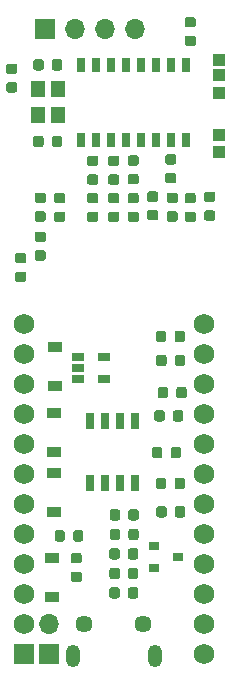
<source format=gbr>
G04 #@! TF.GenerationSoftware,KiCad,Pcbnew,(5.0.0)*
G04 #@! TF.CreationDate,2019-09-30T14:37:48-06:00*
G04 #@! TF.ProjectId,BlueMicro,426C75654D6963726F2E6B696361645F,rev?*
G04 #@! TF.SameCoordinates,Original*
G04 #@! TF.FileFunction,Soldermask,Bot*
G04 #@! TF.FilePolarity,Negative*
%FSLAX46Y46*%
G04 Gerber Fmt 4.6, Leading zero omitted, Abs format (unit mm)*
G04 Created by KiCad (PCBNEW (5.0.0)) date 09/30/19 14:37:48*
%MOMM*%
%LPD*%
G01*
G04 APERTURE LIST*
%ADD10C,0.100000*%
%ADD11C,0.875000*%
%ADD12R,1.200000X0.900000*%
%ADD13R,1.700000X1.700000*%
%ADD14O,1.700000X1.700000*%
%ADD15C,1.450000*%
%ADD16O,1.200000X1.900000*%
%ADD17R,0.900000X0.800000*%
%ADD18R,0.800000X1.300000*%
%ADD19R,0.800000X1.450000*%
%ADD20R,1.060000X0.650000*%
%ADD21R,1.200000X1.400000*%
%ADD22R,1.752600X1.752600*%
%ADD23C,1.752600*%
%ADD24R,1.000000X1.000000*%
G04 APERTURE END LIST*
D10*
G04 #@! TO.C,C1*
G36*
X73810691Y-68931053D02*
X73831926Y-68934203D01*
X73852750Y-68939419D01*
X73872962Y-68946651D01*
X73892368Y-68955830D01*
X73910781Y-68966866D01*
X73928024Y-68979654D01*
X73943930Y-68994070D01*
X73958346Y-69009976D01*
X73971134Y-69027219D01*
X73982170Y-69045632D01*
X73991349Y-69065038D01*
X73998581Y-69085250D01*
X74003797Y-69106074D01*
X74006947Y-69127309D01*
X74008000Y-69148750D01*
X74008000Y-69586250D01*
X74006947Y-69607691D01*
X74003797Y-69628926D01*
X73998581Y-69649750D01*
X73991349Y-69669962D01*
X73982170Y-69689368D01*
X73971134Y-69707781D01*
X73958346Y-69725024D01*
X73943930Y-69740930D01*
X73928024Y-69755346D01*
X73910781Y-69768134D01*
X73892368Y-69779170D01*
X73872962Y-69788349D01*
X73852750Y-69795581D01*
X73831926Y-69800797D01*
X73810691Y-69803947D01*
X73789250Y-69805000D01*
X73276750Y-69805000D01*
X73255309Y-69803947D01*
X73234074Y-69800797D01*
X73213250Y-69795581D01*
X73193038Y-69788349D01*
X73173632Y-69779170D01*
X73155219Y-69768134D01*
X73137976Y-69755346D01*
X73122070Y-69740930D01*
X73107654Y-69725024D01*
X73094866Y-69707781D01*
X73083830Y-69689368D01*
X73074651Y-69669962D01*
X73067419Y-69649750D01*
X73062203Y-69628926D01*
X73059053Y-69607691D01*
X73058000Y-69586250D01*
X73058000Y-69148750D01*
X73059053Y-69127309D01*
X73062203Y-69106074D01*
X73067419Y-69085250D01*
X73074651Y-69065038D01*
X73083830Y-69045632D01*
X73094866Y-69027219D01*
X73107654Y-69009976D01*
X73122070Y-68994070D01*
X73137976Y-68979654D01*
X73155219Y-68966866D01*
X73173632Y-68955830D01*
X73193038Y-68946651D01*
X73213250Y-68939419D01*
X73234074Y-68934203D01*
X73255309Y-68931053D01*
X73276750Y-68930000D01*
X73789250Y-68930000D01*
X73810691Y-68931053D01*
X73810691Y-68931053D01*
G37*
D11*
X73533000Y-69367500D03*
D10*
G36*
X73810691Y-67356053D02*
X73831926Y-67359203D01*
X73852750Y-67364419D01*
X73872962Y-67371651D01*
X73892368Y-67380830D01*
X73910781Y-67391866D01*
X73928024Y-67404654D01*
X73943930Y-67419070D01*
X73958346Y-67434976D01*
X73971134Y-67452219D01*
X73982170Y-67470632D01*
X73991349Y-67490038D01*
X73998581Y-67510250D01*
X74003797Y-67531074D01*
X74006947Y-67552309D01*
X74008000Y-67573750D01*
X74008000Y-68011250D01*
X74006947Y-68032691D01*
X74003797Y-68053926D01*
X73998581Y-68074750D01*
X73991349Y-68094962D01*
X73982170Y-68114368D01*
X73971134Y-68132781D01*
X73958346Y-68150024D01*
X73943930Y-68165930D01*
X73928024Y-68180346D01*
X73910781Y-68193134D01*
X73892368Y-68204170D01*
X73872962Y-68213349D01*
X73852750Y-68220581D01*
X73831926Y-68225797D01*
X73810691Y-68228947D01*
X73789250Y-68230000D01*
X73276750Y-68230000D01*
X73255309Y-68228947D01*
X73234074Y-68225797D01*
X73213250Y-68220581D01*
X73193038Y-68213349D01*
X73173632Y-68204170D01*
X73155219Y-68193134D01*
X73137976Y-68180346D01*
X73122070Y-68165930D01*
X73107654Y-68150024D01*
X73094866Y-68132781D01*
X73083830Y-68114368D01*
X73074651Y-68094962D01*
X73067419Y-68074750D01*
X73062203Y-68053926D01*
X73059053Y-68032691D01*
X73058000Y-68011250D01*
X73058000Y-67573750D01*
X73059053Y-67552309D01*
X73062203Y-67531074D01*
X73067419Y-67510250D01*
X73074651Y-67490038D01*
X73083830Y-67470632D01*
X73094866Y-67452219D01*
X73107654Y-67434976D01*
X73122070Y-67419070D01*
X73137976Y-67404654D01*
X73155219Y-67391866D01*
X73173632Y-67380830D01*
X73193038Y-67371651D01*
X73213250Y-67364419D01*
X73234074Y-67359203D01*
X73255309Y-67356053D01*
X73276750Y-67355000D01*
X73789250Y-67355000D01*
X73810691Y-67356053D01*
X73810691Y-67356053D01*
G37*
D11*
X73533000Y-67792500D03*
G04 #@! TD*
D10*
G04 #@! TO.C,C2*
G36*
X72159691Y-70632553D02*
X72180926Y-70635703D01*
X72201750Y-70640919D01*
X72221962Y-70648151D01*
X72241368Y-70657330D01*
X72259781Y-70668366D01*
X72277024Y-70681154D01*
X72292930Y-70695570D01*
X72307346Y-70711476D01*
X72320134Y-70728719D01*
X72331170Y-70747132D01*
X72340349Y-70766538D01*
X72347581Y-70786750D01*
X72352797Y-70807574D01*
X72355947Y-70828809D01*
X72357000Y-70850250D01*
X72357000Y-71287750D01*
X72355947Y-71309191D01*
X72352797Y-71330426D01*
X72347581Y-71351250D01*
X72340349Y-71371462D01*
X72331170Y-71390868D01*
X72320134Y-71409281D01*
X72307346Y-71426524D01*
X72292930Y-71442430D01*
X72277024Y-71456846D01*
X72259781Y-71469634D01*
X72241368Y-71480670D01*
X72221962Y-71489849D01*
X72201750Y-71497081D01*
X72180926Y-71502297D01*
X72159691Y-71505447D01*
X72138250Y-71506500D01*
X71625750Y-71506500D01*
X71604309Y-71505447D01*
X71583074Y-71502297D01*
X71562250Y-71497081D01*
X71542038Y-71489849D01*
X71522632Y-71480670D01*
X71504219Y-71469634D01*
X71486976Y-71456846D01*
X71471070Y-71442430D01*
X71456654Y-71426524D01*
X71443866Y-71409281D01*
X71432830Y-71390868D01*
X71423651Y-71371462D01*
X71416419Y-71351250D01*
X71411203Y-71330426D01*
X71408053Y-71309191D01*
X71407000Y-71287750D01*
X71407000Y-70850250D01*
X71408053Y-70828809D01*
X71411203Y-70807574D01*
X71416419Y-70786750D01*
X71423651Y-70766538D01*
X71432830Y-70747132D01*
X71443866Y-70728719D01*
X71456654Y-70711476D01*
X71471070Y-70695570D01*
X71486976Y-70681154D01*
X71504219Y-70668366D01*
X71522632Y-70657330D01*
X71542038Y-70648151D01*
X71562250Y-70640919D01*
X71583074Y-70635703D01*
X71604309Y-70632553D01*
X71625750Y-70631500D01*
X72138250Y-70631500D01*
X72159691Y-70632553D01*
X72159691Y-70632553D01*
G37*
D11*
X71882000Y-71069000D03*
D10*
G36*
X72159691Y-72207553D02*
X72180926Y-72210703D01*
X72201750Y-72215919D01*
X72221962Y-72223151D01*
X72241368Y-72232330D01*
X72259781Y-72243366D01*
X72277024Y-72256154D01*
X72292930Y-72270570D01*
X72307346Y-72286476D01*
X72320134Y-72303719D01*
X72331170Y-72322132D01*
X72340349Y-72341538D01*
X72347581Y-72361750D01*
X72352797Y-72382574D01*
X72355947Y-72403809D01*
X72357000Y-72425250D01*
X72357000Y-72862750D01*
X72355947Y-72884191D01*
X72352797Y-72905426D01*
X72347581Y-72926250D01*
X72340349Y-72946462D01*
X72331170Y-72965868D01*
X72320134Y-72984281D01*
X72307346Y-73001524D01*
X72292930Y-73017430D01*
X72277024Y-73031846D01*
X72259781Y-73044634D01*
X72241368Y-73055670D01*
X72221962Y-73064849D01*
X72201750Y-73072081D01*
X72180926Y-73077297D01*
X72159691Y-73080447D01*
X72138250Y-73081500D01*
X71625750Y-73081500D01*
X71604309Y-73080447D01*
X71583074Y-73077297D01*
X71562250Y-73072081D01*
X71542038Y-73064849D01*
X71522632Y-73055670D01*
X71504219Y-73044634D01*
X71486976Y-73031846D01*
X71471070Y-73017430D01*
X71456654Y-73001524D01*
X71443866Y-72984281D01*
X71432830Y-72965868D01*
X71423651Y-72946462D01*
X71416419Y-72926250D01*
X71411203Y-72905426D01*
X71408053Y-72884191D01*
X71407000Y-72862750D01*
X71407000Y-72425250D01*
X71408053Y-72403809D01*
X71411203Y-72382574D01*
X71416419Y-72361750D01*
X71423651Y-72341538D01*
X71432830Y-72322132D01*
X71443866Y-72303719D01*
X71456654Y-72286476D01*
X71471070Y-72270570D01*
X71486976Y-72256154D01*
X71504219Y-72243366D01*
X71522632Y-72232330D01*
X71542038Y-72223151D01*
X71562250Y-72215919D01*
X71583074Y-72210703D01*
X71604309Y-72207553D01*
X71625750Y-72206500D01*
X72138250Y-72206500D01*
X72159691Y-72207553D01*
X72159691Y-72207553D01*
G37*
D11*
X71882000Y-72644000D03*
G04 #@! TD*
D10*
G04 #@! TO.C,C3*
G36*
X70508691Y-74011053D02*
X70529926Y-74014203D01*
X70550750Y-74019419D01*
X70570962Y-74026651D01*
X70590368Y-74035830D01*
X70608781Y-74046866D01*
X70626024Y-74059654D01*
X70641930Y-74074070D01*
X70656346Y-74089976D01*
X70669134Y-74107219D01*
X70680170Y-74125632D01*
X70689349Y-74145038D01*
X70696581Y-74165250D01*
X70701797Y-74186074D01*
X70704947Y-74207309D01*
X70706000Y-74228750D01*
X70706000Y-74666250D01*
X70704947Y-74687691D01*
X70701797Y-74708926D01*
X70696581Y-74729750D01*
X70689349Y-74749962D01*
X70680170Y-74769368D01*
X70669134Y-74787781D01*
X70656346Y-74805024D01*
X70641930Y-74820930D01*
X70626024Y-74835346D01*
X70608781Y-74848134D01*
X70590368Y-74859170D01*
X70570962Y-74868349D01*
X70550750Y-74875581D01*
X70529926Y-74880797D01*
X70508691Y-74883947D01*
X70487250Y-74885000D01*
X69974750Y-74885000D01*
X69953309Y-74883947D01*
X69932074Y-74880797D01*
X69911250Y-74875581D01*
X69891038Y-74868349D01*
X69871632Y-74859170D01*
X69853219Y-74848134D01*
X69835976Y-74835346D01*
X69820070Y-74820930D01*
X69805654Y-74805024D01*
X69792866Y-74787781D01*
X69781830Y-74769368D01*
X69772651Y-74749962D01*
X69765419Y-74729750D01*
X69760203Y-74708926D01*
X69757053Y-74687691D01*
X69756000Y-74666250D01*
X69756000Y-74228750D01*
X69757053Y-74207309D01*
X69760203Y-74186074D01*
X69765419Y-74165250D01*
X69772651Y-74145038D01*
X69781830Y-74125632D01*
X69792866Y-74107219D01*
X69805654Y-74089976D01*
X69820070Y-74074070D01*
X69835976Y-74059654D01*
X69853219Y-74046866D01*
X69871632Y-74035830D01*
X69891038Y-74026651D01*
X69911250Y-74019419D01*
X69932074Y-74014203D01*
X69953309Y-74011053D01*
X69974750Y-74010000D01*
X70487250Y-74010000D01*
X70508691Y-74011053D01*
X70508691Y-74011053D01*
G37*
D11*
X70231000Y-74447500D03*
D10*
G36*
X70508691Y-72436053D02*
X70529926Y-72439203D01*
X70550750Y-72444419D01*
X70570962Y-72451651D01*
X70590368Y-72460830D01*
X70608781Y-72471866D01*
X70626024Y-72484654D01*
X70641930Y-72499070D01*
X70656346Y-72514976D01*
X70669134Y-72532219D01*
X70680170Y-72550632D01*
X70689349Y-72570038D01*
X70696581Y-72590250D01*
X70701797Y-72611074D01*
X70704947Y-72632309D01*
X70706000Y-72653750D01*
X70706000Y-73091250D01*
X70704947Y-73112691D01*
X70701797Y-73133926D01*
X70696581Y-73154750D01*
X70689349Y-73174962D01*
X70680170Y-73194368D01*
X70669134Y-73212781D01*
X70656346Y-73230024D01*
X70641930Y-73245930D01*
X70626024Y-73260346D01*
X70608781Y-73273134D01*
X70590368Y-73284170D01*
X70570962Y-73293349D01*
X70550750Y-73300581D01*
X70529926Y-73305797D01*
X70508691Y-73308947D01*
X70487250Y-73310000D01*
X69974750Y-73310000D01*
X69953309Y-73308947D01*
X69932074Y-73305797D01*
X69911250Y-73300581D01*
X69891038Y-73293349D01*
X69871632Y-73284170D01*
X69853219Y-73273134D01*
X69835976Y-73260346D01*
X69820070Y-73245930D01*
X69805654Y-73230024D01*
X69792866Y-73212781D01*
X69781830Y-73194368D01*
X69772651Y-73174962D01*
X69765419Y-73154750D01*
X69760203Y-73133926D01*
X69757053Y-73112691D01*
X69756000Y-73091250D01*
X69756000Y-72653750D01*
X69757053Y-72632309D01*
X69760203Y-72611074D01*
X69765419Y-72590250D01*
X69772651Y-72570038D01*
X69781830Y-72550632D01*
X69792866Y-72532219D01*
X69805654Y-72514976D01*
X69820070Y-72499070D01*
X69835976Y-72484654D01*
X69853219Y-72471866D01*
X69871632Y-72460830D01*
X69891038Y-72451651D01*
X69911250Y-72444419D01*
X69932074Y-72439203D01*
X69953309Y-72436053D01*
X69974750Y-72435000D01*
X70487250Y-72435000D01*
X70508691Y-72436053D01*
X70508691Y-72436053D01*
G37*
D11*
X70231000Y-72872500D03*
G04 #@! TD*
D10*
G04 #@! TO.C,C4*
G36*
X69746691Y-56408553D02*
X69767926Y-56411703D01*
X69788750Y-56416919D01*
X69808962Y-56424151D01*
X69828368Y-56433330D01*
X69846781Y-56444366D01*
X69864024Y-56457154D01*
X69879930Y-56471570D01*
X69894346Y-56487476D01*
X69907134Y-56504719D01*
X69918170Y-56523132D01*
X69927349Y-56542538D01*
X69934581Y-56562750D01*
X69939797Y-56583574D01*
X69942947Y-56604809D01*
X69944000Y-56626250D01*
X69944000Y-57063750D01*
X69942947Y-57085191D01*
X69939797Y-57106426D01*
X69934581Y-57127250D01*
X69927349Y-57147462D01*
X69918170Y-57166868D01*
X69907134Y-57185281D01*
X69894346Y-57202524D01*
X69879930Y-57218430D01*
X69864024Y-57232846D01*
X69846781Y-57245634D01*
X69828368Y-57256670D01*
X69808962Y-57265849D01*
X69788750Y-57273081D01*
X69767926Y-57278297D01*
X69746691Y-57281447D01*
X69725250Y-57282500D01*
X69212750Y-57282500D01*
X69191309Y-57281447D01*
X69170074Y-57278297D01*
X69149250Y-57273081D01*
X69129038Y-57265849D01*
X69109632Y-57256670D01*
X69091219Y-57245634D01*
X69073976Y-57232846D01*
X69058070Y-57218430D01*
X69043654Y-57202524D01*
X69030866Y-57185281D01*
X69019830Y-57166868D01*
X69010651Y-57147462D01*
X69003419Y-57127250D01*
X68998203Y-57106426D01*
X68995053Y-57085191D01*
X68994000Y-57063750D01*
X68994000Y-56626250D01*
X68995053Y-56604809D01*
X68998203Y-56583574D01*
X69003419Y-56562750D01*
X69010651Y-56542538D01*
X69019830Y-56523132D01*
X69030866Y-56504719D01*
X69043654Y-56487476D01*
X69058070Y-56471570D01*
X69073976Y-56457154D01*
X69091219Y-56444366D01*
X69109632Y-56433330D01*
X69129038Y-56424151D01*
X69149250Y-56416919D01*
X69170074Y-56411703D01*
X69191309Y-56408553D01*
X69212750Y-56407500D01*
X69725250Y-56407500D01*
X69746691Y-56408553D01*
X69746691Y-56408553D01*
G37*
D11*
X69469000Y-56845000D03*
D10*
G36*
X69746691Y-57983553D02*
X69767926Y-57986703D01*
X69788750Y-57991919D01*
X69808962Y-57999151D01*
X69828368Y-58008330D01*
X69846781Y-58019366D01*
X69864024Y-58032154D01*
X69879930Y-58046570D01*
X69894346Y-58062476D01*
X69907134Y-58079719D01*
X69918170Y-58098132D01*
X69927349Y-58117538D01*
X69934581Y-58137750D01*
X69939797Y-58158574D01*
X69942947Y-58179809D01*
X69944000Y-58201250D01*
X69944000Y-58638750D01*
X69942947Y-58660191D01*
X69939797Y-58681426D01*
X69934581Y-58702250D01*
X69927349Y-58722462D01*
X69918170Y-58741868D01*
X69907134Y-58760281D01*
X69894346Y-58777524D01*
X69879930Y-58793430D01*
X69864024Y-58807846D01*
X69846781Y-58820634D01*
X69828368Y-58831670D01*
X69808962Y-58840849D01*
X69788750Y-58848081D01*
X69767926Y-58853297D01*
X69746691Y-58856447D01*
X69725250Y-58857500D01*
X69212750Y-58857500D01*
X69191309Y-58856447D01*
X69170074Y-58853297D01*
X69149250Y-58848081D01*
X69129038Y-58840849D01*
X69109632Y-58831670D01*
X69091219Y-58820634D01*
X69073976Y-58807846D01*
X69058070Y-58793430D01*
X69043654Y-58777524D01*
X69030866Y-58760281D01*
X69019830Y-58741868D01*
X69010651Y-58722462D01*
X69003419Y-58702250D01*
X68998203Y-58681426D01*
X68995053Y-58660191D01*
X68994000Y-58638750D01*
X68994000Y-58201250D01*
X68995053Y-58179809D01*
X68998203Y-58158574D01*
X69003419Y-58137750D01*
X69010651Y-58117538D01*
X69019830Y-58098132D01*
X69030866Y-58079719D01*
X69043654Y-58062476D01*
X69058070Y-58046570D01*
X69073976Y-58032154D01*
X69091219Y-58019366D01*
X69109632Y-58008330D01*
X69129038Y-57999151D01*
X69149250Y-57991919D01*
X69170074Y-57986703D01*
X69191309Y-57983553D01*
X69212750Y-57982500D01*
X69725250Y-57982500D01*
X69746691Y-57983553D01*
X69746691Y-57983553D01*
G37*
D11*
X69469000Y-58420000D03*
G04 #@! TD*
D10*
G04 #@! TO.C,C5*
G36*
X71969691Y-62518053D02*
X71990926Y-62521203D01*
X72011750Y-62526419D01*
X72031962Y-62533651D01*
X72051368Y-62542830D01*
X72069781Y-62553866D01*
X72087024Y-62566654D01*
X72102930Y-62581070D01*
X72117346Y-62596976D01*
X72130134Y-62614219D01*
X72141170Y-62632632D01*
X72150349Y-62652038D01*
X72157581Y-62672250D01*
X72162797Y-62693074D01*
X72165947Y-62714309D01*
X72167000Y-62735750D01*
X72167000Y-63248250D01*
X72165947Y-63269691D01*
X72162797Y-63290926D01*
X72157581Y-63311750D01*
X72150349Y-63331962D01*
X72141170Y-63351368D01*
X72130134Y-63369781D01*
X72117346Y-63387024D01*
X72102930Y-63402930D01*
X72087024Y-63417346D01*
X72069781Y-63430134D01*
X72051368Y-63441170D01*
X72031962Y-63450349D01*
X72011750Y-63457581D01*
X71990926Y-63462797D01*
X71969691Y-63465947D01*
X71948250Y-63467000D01*
X71510750Y-63467000D01*
X71489309Y-63465947D01*
X71468074Y-63462797D01*
X71447250Y-63457581D01*
X71427038Y-63450349D01*
X71407632Y-63441170D01*
X71389219Y-63430134D01*
X71371976Y-63417346D01*
X71356070Y-63402930D01*
X71341654Y-63387024D01*
X71328866Y-63369781D01*
X71317830Y-63351368D01*
X71308651Y-63331962D01*
X71301419Y-63311750D01*
X71296203Y-63290926D01*
X71293053Y-63269691D01*
X71292000Y-63248250D01*
X71292000Y-62735750D01*
X71293053Y-62714309D01*
X71296203Y-62693074D01*
X71301419Y-62672250D01*
X71308651Y-62652038D01*
X71317830Y-62632632D01*
X71328866Y-62614219D01*
X71341654Y-62596976D01*
X71356070Y-62581070D01*
X71371976Y-62566654D01*
X71389219Y-62553866D01*
X71407632Y-62542830D01*
X71427038Y-62533651D01*
X71447250Y-62526419D01*
X71468074Y-62521203D01*
X71489309Y-62518053D01*
X71510750Y-62517000D01*
X71948250Y-62517000D01*
X71969691Y-62518053D01*
X71969691Y-62518053D01*
G37*
D11*
X71729500Y-62992000D03*
D10*
G36*
X73544691Y-62518053D02*
X73565926Y-62521203D01*
X73586750Y-62526419D01*
X73606962Y-62533651D01*
X73626368Y-62542830D01*
X73644781Y-62553866D01*
X73662024Y-62566654D01*
X73677930Y-62581070D01*
X73692346Y-62596976D01*
X73705134Y-62614219D01*
X73716170Y-62632632D01*
X73725349Y-62652038D01*
X73732581Y-62672250D01*
X73737797Y-62693074D01*
X73740947Y-62714309D01*
X73742000Y-62735750D01*
X73742000Y-63248250D01*
X73740947Y-63269691D01*
X73737797Y-63290926D01*
X73732581Y-63311750D01*
X73725349Y-63331962D01*
X73716170Y-63351368D01*
X73705134Y-63369781D01*
X73692346Y-63387024D01*
X73677930Y-63402930D01*
X73662024Y-63417346D01*
X73644781Y-63430134D01*
X73626368Y-63441170D01*
X73606962Y-63450349D01*
X73586750Y-63457581D01*
X73565926Y-63462797D01*
X73544691Y-63465947D01*
X73523250Y-63467000D01*
X73085750Y-63467000D01*
X73064309Y-63465947D01*
X73043074Y-63462797D01*
X73022250Y-63457581D01*
X73002038Y-63450349D01*
X72982632Y-63441170D01*
X72964219Y-63430134D01*
X72946976Y-63417346D01*
X72931070Y-63402930D01*
X72916654Y-63387024D01*
X72903866Y-63369781D01*
X72892830Y-63351368D01*
X72883651Y-63331962D01*
X72876419Y-63311750D01*
X72871203Y-63290926D01*
X72868053Y-63269691D01*
X72867000Y-63248250D01*
X72867000Y-62735750D01*
X72868053Y-62714309D01*
X72871203Y-62693074D01*
X72876419Y-62672250D01*
X72883651Y-62652038D01*
X72892830Y-62632632D01*
X72903866Y-62614219D01*
X72916654Y-62596976D01*
X72931070Y-62581070D01*
X72946976Y-62566654D01*
X72964219Y-62553866D01*
X72982632Y-62542830D01*
X73002038Y-62533651D01*
X73022250Y-62526419D01*
X73043074Y-62521203D01*
X73064309Y-62518053D01*
X73085750Y-62517000D01*
X73523250Y-62517000D01*
X73544691Y-62518053D01*
X73544691Y-62518053D01*
G37*
D11*
X73304500Y-62992000D03*
G04 #@! TD*
D10*
G04 #@! TO.C,C6*
G36*
X75348192Y-95919053D02*
X75369427Y-95922203D01*
X75390251Y-95927419D01*
X75410463Y-95934651D01*
X75429869Y-95943830D01*
X75448282Y-95954866D01*
X75465525Y-95967654D01*
X75481431Y-95982070D01*
X75495847Y-95997976D01*
X75508635Y-96015219D01*
X75519671Y-96033632D01*
X75528850Y-96053038D01*
X75536082Y-96073250D01*
X75541298Y-96094074D01*
X75544448Y-96115309D01*
X75545501Y-96136750D01*
X75545501Y-96649250D01*
X75544448Y-96670691D01*
X75541298Y-96691926D01*
X75536082Y-96712750D01*
X75528850Y-96732962D01*
X75519671Y-96752368D01*
X75508635Y-96770781D01*
X75495847Y-96788024D01*
X75481431Y-96803930D01*
X75465525Y-96818346D01*
X75448282Y-96831134D01*
X75429869Y-96842170D01*
X75410463Y-96851349D01*
X75390251Y-96858581D01*
X75369427Y-96863797D01*
X75348192Y-96866947D01*
X75326751Y-96868000D01*
X74889251Y-96868000D01*
X74867810Y-96866947D01*
X74846575Y-96863797D01*
X74825751Y-96858581D01*
X74805539Y-96851349D01*
X74786133Y-96842170D01*
X74767720Y-96831134D01*
X74750477Y-96818346D01*
X74734571Y-96803930D01*
X74720155Y-96788024D01*
X74707367Y-96770781D01*
X74696331Y-96752368D01*
X74687152Y-96732962D01*
X74679920Y-96712750D01*
X74674704Y-96691926D01*
X74671554Y-96670691D01*
X74670501Y-96649250D01*
X74670501Y-96136750D01*
X74671554Y-96115309D01*
X74674704Y-96094074D01*
X74679920Y-96073250D01*
X74687152Y-96053038D01*
X74696331Y-96033632D01*
X74707367Y-96015219D01*
X74720155Y-95997976D01*
X74734571Y-95982070D01*
X74750477Y-95967654D01*
X74767720Y-95954866D01*
X74786133Y-95943830D01*
X74805539Y-95934651D01*
X74825751Y-95927419D01*
X74846575Y-95922203D01*
X74867810Y-95919053D01*
X74889251Y-95918000D01*
X75326751Y-95918000D01*
X75348192Y-95919053D01*
X75348192Y-95919053D01*
G37*
D11*
X75108001Y-96393000D03*
D10*
G36*
X73773192Y-95919053D02*
X73794427Y-95922203D01*
X73815251Y-95927419D01*
X73835463Y-95934651D01*
X73854869Y-95943830D01*
X73873282Y-95954866D01*
X73890525Y-95967654D01*
X73906431Y-95982070D01*
X73920847Y-95997976D01*
X73933635Y-96015219D01*
X73944671Y-96033632D01*
X73953850Y-96053038D01*
X73961082Y-96073250D01*
X73966298Y-96094074D01*
X73969448Y-96115309D01*
X73970501Y-96136750D01*
X73970501Y-96649250D01*
X73969448Y-96670691D01*
X73966298Y-96691926D01*
X73961082Y-96712750D01*
X73953850Y-96732962D01*
X73944671Y-96752368D01*
X73933635Y-96770781D01*
X73920847Y-96788024D01*
X73906431Y-96803930D01*
X73890525Y-96818346D01*
X73873282Y-96831134D01*
X73854869Y-96842170D01*
X73835463Y-96851349D01*
X73815251Y-96858581D01*
X73794427Y-96863797D01*
X73773192Y-96866947D01*
X73751751Y-96868000D01*
X73314251Y-96868000D01*
X73292810Y-96866947D01*
X73271575Y-96863797D01*
X73250751Y-96858581D01*
X73230539Y-96851349D01*
X73211133Y-96842170D01*
X73192720Y-96831134D01*
X73175477Y-96818346D01*
X73159571Y-96803930D01*
X73145155Y-96788024D01*
X73132367Y-96770781D01*
X73121331Y-96752368D01*
X73112152Y-96732962D01*
X73104920Y-96712750D01*
X73099704Y-96691926D01*
X73096554Y-96670691D01*
X73095501Y-96649250D01*
X73095501Y-96136750D01*
X73096554Y-96115309D01*
X73099704Y-96094074D01*
X73104920Y-96073250D01*
X73112152Y-96053038D01*
X73121331Y-96033632D01*
X73132367Y-96015219D01*
X73145155Y-95997976D01*
X73159571Y-95982070D01*
X73175477Y-95967654D01*
X73192720Y-95954866D01*
X73211133Y-95943830D01*
X73230539Y-95934651D01*
X73250751Y-95927419D01*
X73271575Y-95922203D01*
X73292810Y-95919053D01*
X73314251Y-95918000D01*
X73751751Y-95918000D01*
X73773192Y-95919053D01*
X73773192Y-95919053D01*
G37*
D11*
X73533001Y-96393000D03*
G04 #@! TD*
D10*
G04 #@! TO.C,C7*
G36*
X80033691Y-65756053D02*
X80054926Y-65759203D01*
X80075750Y-65764419D01*
X80095962Y-65771651D01*
X80115368Y-65780830D01*
X80133781Y-65791866D01*
X80151024Y-65804654D01*
X80166930Y-65819070D01*
X80181346Y-65834976D01*
X80194134Y-65852219D01*
X80205170Y-65870632D01*
X80214349Y-65890038D01*
X80221581Y-65910250D01*
X80226797Y-65931074D01*
X80229947Y-65952309D01*
X80231000Y-65973750D01*
X80231000Y-66411250D01*
X80229947Y-66432691D01*
X80226797Y-66453926D01*
X80221581Y-66474750D01*
X80214349Y-66494962D01*
X80205170Y-66514368D01*
X80194134Y-66532781D01*
X80181346Y-66550024D01*
X80166930Y-66565930D01*
X80151024Y-66580346D01*
X80133781Y-66593134D01*
X80115368Y-66604170D01*
X80095962Y-66613349D01*
X80075750Y-66620581D01*
X80054926Y-66625797D01*
X80033691Y-66628947D01*
X80012250Y-66630000D01*
X79499750Y-66630000D01*
X79478309Y-66628947D01*
X79457074Y-66625797D01*
X79436250Y-66620581D01*
X79416038Y-66613349D01*
X79396632Y-66604170D01*
X79378219Y-66593134D01*
X79360976Y-66580346D01*
X79345070Y-66565930D01*
X79330654Y-66550024D01*
X79317866Y-66532781D01*
X79306830Y-66514368D01*
X79297651Y-66494962D01*
X79290419Y-66474750D01*
X79285203Y-66453926D01*
X79282053Y-66432691D01*
X79281000Y-66411250D01*
X79281000Y-65973750D01*
X79282053Y-65952309D01*
X79285203Y-65931074D01*
X79290419Y-65910250D01*
X79297651Y-65890038D01*
X79306830Y-65870632D01*
X79317866Y-65852219D01*
X79330654Y-65834976D01*
X79345070Y-65819070D01*
X79360976Y-65804654D01*
X79378219Y-65791866D01*
X79396632Y-65780830D01*
X79416038Y-65771651D01*
X79436250Y-65764419D01*
X79457074Y-65759203D01*
X79478309Y-65756053D01*
X79499750Y-65755000D01*
X80012250Y-65755000D01*
X80033691Y-65756053D01*
X80033691Y-65756053D01*
G37*
D11*
X79756000Y-66192500D03*
D10*
G36*
X80033691Y-64181053D02*
X80054926Y-64184203D01*
X80075750Y-64189419D01*
X80095962Y-64196651D01*
X80115368Y-64205830D01*
X80133781Y-64216866D01*
X80151024Y-64229654D01*
X80166930Y-64244070D01*
X80181346Y-64259976D01*
X80194134Y-64277219D01*
X80205170Y-64295632D01*
X80214349Y-64315038D01*
X80221581Y-64335250D01*
X80226797Y-64356074D01*
X80229947Y-64377309D01*
X80231000Y-64398750D01*
X80231000Y-64836250D01*
X80229947Y-64857691D01*
X80226797Y-64878926D01*
X80221581Y-64899750D01*
X80214349Y-64919962D01*
X80205170Y-64939368D01*
X80194134Y-64957781D01*
X80181346Y-64975024D01*
X80166930Y-64990930D01*
X80151024Y-65005346D01*
X80133781Y-65018134D01*
X80115368Y-65029170D01*
X80095962Y-65038349D01*
X80075750Y-65045581D01*
X80054926Y-65050797D01*
X80033691Y-65053947D01*
X80012250Y-65055000D01*
X79499750Y-65055000D01*
X79478309Y-65053947D01*
X79457074Y-65050797D01*
X79436250Y-65045581D01*
X79416038Y-65038349D01*
X79396632Y-65029170D01*
X79378219Y-65018134D01*
X79360976Y-65005346D01*
X79345070Y-64990930D01*
X79330654Y-64975024D01*
X79317866Y-64957781D01*
X79306830Y-64939368D01*
X79297651Y-64919962D01*
X79290419Y-64899750D01*
X79285203Y-64878926D01*
X79282053Y-64857691D01*
X79281000Y-64836250D01*
X79281000Y-64398750D01*
X79282053Y-64377309D01*
X79285203Y-64356074D01*
X79290419Y-64335250D01*
X79297651Y-64315038D01*
X79306830Y-64295632D01*
X79317866Y-64277219D01*
X79330654Y-64259976D01*
X79345070Y-64244070D01*
X79360976Y-64229654D01*
X79378219Y-64216866D01*
X79396632Y-64205830D01*
X79416038Y-64196651D01*
X79436250Y-64189419D01*
X79457074Y-64184203D01*
X79478309Y-64181053D01*
X79499750Y-64180000D01*
X80012250Y-64180000D01*
X80033691Y-64181053D01*
X80033691Y-64181053D01*
G37*
D11*
X79756000Y-64617500D03*
G04 #@! TD*
D10*
G04 #@! TO.C,C8*
G36*
X73544691Y-56041053D02*
X73565926Y-56044203D01*
X73586750Y-56049419D01*
X73606962Y-56056651D01*
X73626368Y-56065830D01*
X73644781Y-56076866D01*
X73662024Y-56089654D01*
X73677930Y-56104070D01*
X73692346Y-56119976D01*
X73705134Y-56137219D01*
X73716170Y-56155632D01*
X73725349Y-56175038D01*
X73732581Y-56195250D01*
X73737797Y-56216074D01*
X73740947Y-56237309D01*
X73742000Y-56258750D01*
X73742000Y-56771250D01*
X73740947Y-56792691D01*
X73737797Y-56813926D01*
X73732581Y-56834750D01*
X73725349Y-56854962D01*
X73716170Y-56874368D01*
X73705134Y-56892781D01*
X73692346Y-56910024D01*
X73677930Y-56925930D01*
X73662024Y-56940346D01*
X73644781Y-56953134D01*
X73626368Y-56964170D01*
X73606962Y-56973349D01*
X73586750Y-56980581D01*
X73565926Y-56985797D01*
X73544691Y-56988947D01*
X73523250Y-56990000D01*
X73085750Y-56990000D01*
X73064309Y-56988947D01*
X73043074Y-56985797D01*
X73022250Y-56980581D01*
X73002038Y-56973349D01*
X72982632Y-56964170D01*
X72964219Y-56953134D01*
X72946976Y-56940346D01*
X72931070Y-56925930D01*
X72916654Y-56910024D01*
X72903866Y-56892781D01*
X72892830Y-56874368D01*
X72883651Y-56854962D01*
X72876419Y-56834750D01*
X72871203Y-56813926D01*
X72868053Y-56792691D01*
X72867000Y-56771250D01*
X72867000Y-56258750D01*
X72868053Y-56237309D01*
X72871203Y-56216074D01*
X72876419Y-56195250D01*
X72883651Y-56175038D01*
X72892830Y-56155632D01*
X72903866Y-56137219D01*
X72916654Y-56119976D01*
X72931070Y-56104070D01*
X72946976Y-56089654D01*
X72964219Y-56076866D01*
X72982632Y-56065830D01*
X73002038Y-56056651D01*
X73022250Y-56049419D01*
X73043074Y-56044203D01*
X73064309Y-56041053D01*
X73085750Y-56040000D01*
X73523250Y-56040000D01*
X73544691Y-56041053D01*
X73544691Y-56041053D01*
G37*
D11*
X73304500Y-56515000D03*
D10*
G36*
X71969691Y-56041053D02*
X71990926Y-56044203D01*
X72011750Y-56049419D01*
X72031962Y-56056651D01*
X72051368Y-56065830D01*
X72069781Y-56076866D01*
X72087024Y-56089654D01*
X72102930Y-56104070D01*
X72117346Y-56119976D01*
X72130134Y-56137219D01*
X72141170Y-56155632D01*
X72150349Y-56175038D01*
X72157581Y-56195250D01*
X72162797Y-56216074D01*
X72165947Y-56237309D01*
X72167000Y-56258750D01*
X72167000Y-56771250D01*
X72165947Y-56792691D01*
X72162797Y-56813926D01*
X72157581Y-56834750D01*
X72150349Y-56854962D01*
X72141170Y-56874368D01*
X72130134Y-56892781D01*
X72117346Y-56910024D01*
X72102930Y-56925930D01*
X72087024Y-56940346D01*
X72069781Y-56953134D01*
X72051368Y-56964170D01*
X72031962Y-56973349D01*
X72011750Y-56980581D01*
X71990926Y-56985797D01*
X71969691Y-56988947D01*
X71948250Y-56990000D01*
X71510750Y-56990000D01*
X71489309Y-56988947D01*
X71468074Y-56985797D01*
X71447250Y-56980581D01*
X71427038Y-56973349D01*
X71407632Y-56964170D01*
X71389219Y-56953134D01*
X71371976Y-56940346D01*
X71356070Y-56925930D01*
X71341654Y-56910024D01*
X71328866Y-56892781D01*
X71317830Y-56874368D01*
X71308651Y-56854962D01*
X71301419Y-56834750D01*
X71296203Y-56813926D01*
X71293053Y-56792691D01*
X71292000Y-56771250D01*
X71292000Y-56258750D01*
X71293053Y-56237309D01*
X71296203Y-56216074D01*
X71301419Y-56195250D01*
X71308651Y-56175038D01*
X71317830Y-56155632D01*
X71328866Y-56137219D01*
X71341654Y-56119976D01*
X71356070Y-56104070D01*
X71371976Y-56089654D01*
X71389219Y-56076866D01*
X71407632Y-56065830D01*
X71427038Y-56056651D01*
X71447250Y-56049419D01*
X71468074Y-56044203D01*
X71489309Y-56041053D01*
X71510750Y-56040000D01*
X71948250Y-56040000D01*
X71969691Y-56041053D01*
X71969691Y-56041053D01*
G37*
D11*
X71729500Y-56515000D03*
G04 #@! TD*
D10*
G04 #@! TO.C,C9*
G36*
X84859691Y-52471553D02*
X84880926Y-52474703D01*
X84901750Y-52479919D01*
X84921962Y-52487151D01*
X84941368Y-52496330D01*
X84959781Y-52507366D01*
X84977024Y-52520154D01*
X84992930Y-52534570D01*
X85007346Y-52550476D01*
X85020134Y-52567719D01*
X85031170Y-52586132D01*
X85040349Y-52605538D01*
X85047581Y-52625750D01*
X85052797Y-52646574D01*
X85055947Y-52667809D01*
X85057000Y-52689250D01*
X85057000Y-53126750D01*
X85055947Y-53148191D01*
X85052797Y-53169426D01*
X85047581Y-53190250D01*
X85040349Y-53210462D01*
X85031170Y-53229868D01*
X85020134Y-53248281D01*
X85007346Y-53265524D01*
X84992930Y-53281430D01*
X84977024Y-53295846D01*
X84959781Y-53308634D01*
X84941368Y-53319670D01*
X84921962Y-53328849D01*
X84901750Y-53336081D01*
X84880926Y-53341297D01*
X84859691Y-53344447D01*
X84838250Y-53345500D01*
X84325750Y-53345500D01*
X84304309Y-53344447D01*
X84283074Y-53341297D01*
X84262250Y-53336081D01*
X84242038Y-53328849D01*
X84222632Y-53319670D01*
X84204219Y-53308634D01*
X84186976Y-53295846D01*
X84171070Y-53281430D01*
X84156654Y-53265524D01*
X84143866Y-53248281D01*
X84132830Y-53229868D01*
X84123651Y-53210462D01*
X84116419Y-53190250D01*
X84111203Y-53169426D01*
X84108053Y-53148191D01*
X84107000Y-53126750D01*
X84107000Y-52689250D01*
X84108053Y-52667809D01*
X84111203Y-52646574D01*
X84116419Y-52625750D01*
X84123651Y-52605538D01*
X84132830Y-52586132D01*
X84143866Y-52567719D01*
X84156654Y-52550476D01*
X84171070Y-52534570D01*
X84186976Y-52520154D01*
X84204219Y-52507366D01*
X84222632Y-52496330D01*
X84242038Y-52487151D01*
X84262250Y-52479919D01*
X84283074Y-52474703D01*
X84304309Y-52471553D01*
X84325750Y-52470500D01*
X84838250Y-52470500D01*
X84859691Y-52471553D01*
X84859691Y-52471553D01*
G37*
D11*
X84582000Y-52908000D03*
D10*
G36*
X84859691Y-54046553D02*
X84880926Y-54049703D01*
X84901750Y-54054919D01*
X84921962Y-54062151D01*
X84941368Y-54071330D01*
X84959781Y-54082366D01*
X84977024Y-54095154D01*
X84992930Y-54109570D01*
X85007346Y-54125476D01*
X85020134Y-54142719D01*
X85031170Y-54161132D01*
X85040349Y-54180538D01*
X85047581Y-54200750D01*
X85052797Y-54221574D01*
X85055947Y-54242809D01*
X85057000Y-54264250D01*
X85057000Y-54701750D01*
X85055947Y-54723191D01*
X85052797Y-54744426D01*
X85047581Y-54765250D01*
X85040349Y-54785462D01*
X85031170Y-54804868D01*
X85020134Y-54823281D01*
X85007346Y-54840524D01*
X84992930Y-54856430D01*
X84977024Y-54870846D01*
X84959781Y-54883634D01*
X84941368Y-54894670D01*
X84921962Y-54903849D01*
X84901750Y-54911081D01*
X84880926Y-54916297D01*
X84859691Y-54919447D01*
X84838250Y-54920500D01*
X84325750Y-54920500D01*
X84304309Y-54919447D01*
X84283074Y-54916297D01*
X84262250Y-54911081D01*
X84242038Y-54903849D01*
X84222632Y-54894670D01*
X84204219Y-54883634D01*
X84186976Y-54870846D01*
X84171070Y-54856430D01*
X84156654Y-54840524D01*
X84143866Y-54823281D01*
X84132830Y-54804868D01*
X84123651Y-54785462D01*
X84116419Y-54765250D01*
X84111203Y-54744426D01*
X84108053Y-54723191D01*
X84107000Y-54701750D01*
X84107000Y-54264250D01*
X84108053Y-54242809D01*
X84111203Y-54221574D01*
X84116419Y-54200750D01*
X84123651Y-54180538D01*
X84132830Y-54161132D01*
X84143866Y-54142719D01*
X84156654Y-54125476D01*
X84171070Y-54109570D01*
X84186976Y-54095154D01*
X84204219Y-54082366D01*
X84222632Y-54071330D01*
X84242038Y-54062151D01*
X84262250Y-54054919D01*
X84283074Y-54049703D01*
X84304309Y-54046553D01*
X84325750Y-54045500D01*
X84838250Y-54045500D01*
X84859691Y-54046553D01*
X84859691Y-54046553D01*
G37*
D11*
X84582000Y-54483000D03*
G04 #@! TD*
D10*
G04 #@! TO.C,C10*
G36*
X86510691Y-68829554D02*
X86531926Y-68832704D01*
X86552750Y-68837920D01*
X86572962Y-68845152D01*
X86592368Y-68854331D01*
X86610781Y-68865367D01*
X86628024Y-68878155D01*
X86643930Y-68892571D01*
X86658346Y-68908477D01*
X86671134Y-68925720D01*
X86682170Y-68944133D01*
X86691349Y-68963539D01*
X86698581Y-68983751D01*
X86703797Y-69004575D01*
X86706947Y-69025810D01*
X86708000Y-69047251D01*
X86708000Y-69484751D01*
X86706947Y-69506192D01*
X86703797Y-69527427D01*
X86698581Y-69548251D01*
X86691349Y-69568463D01*
X86682170Y-69587869D01*
X86671134Y-69606282D01*
X86658346Y-69623525D01*
X86643930Y-69639431D01*
X86628024Y-69653847D01*
X86610781Y-69666635D01*
X86592368Y-69677671D01*
X86572962Y-69686850D01*
X86552750Y-69694082D01*
X86531926Y-69699298D01*
X86510691Y-69702448D01*
X86489250Y-69703501D01*
X85976750Y-69703501D01*
X85955309Y-69702448D01*
X85934074Y-69699298D01*
X85913250Y-69694082D01*
X85893038Y-69686850D01*
X85873632Y-69677671D01*
X85855219Y-69666635D01*
X85837976Y-69653847D01*
X85822070Y-69639431D01*
X85807654Y-69623525D01*
X85794866Y-69606282D01*
X85783830Y-69587869D01*
X85774651Y-69568463D01*
X85767419Y-69548251D01*
X85762203Y-69527427D01*
X85759053Y-69506192D01*
X85758000Y-69484751D01*
X85758000Y-69047251D01*
X85759053Y-69025810D01*
X85762203Y-69004575D01*
X85767419Y-68983751D01*
X85774651Y-68963539D01*
X85783830Y-68944133D01*
X85794866Y-68925720D01*
X85807654Y-68908477D01*
X85822070Y-68892571D01*
X85837976Y-68878155D01*
X85855219Y-68865367D01*
X85873632Y-68854331D01*
X85893038Y-68845152D01*
X85913250Y-68837920D01*
X85934074Y-68832704D01*
X85955309Y-68829554D01*
X85976750Y-68828501D01*
X86489250Y-68828501D01*
X86510691Y-68829554D01*
X86510691Y-68829554D01*
G37*
D11*
X86233000Y-69266001D03*
D10*
G36*
X86510691Y-67254554D02*
X86531926Y-67257704D01*
X86552750Y-67262920D01*
X86572962Y-67270152D01*
X86592368Y-67279331D01*
X86610781Y-67290367D01*
X86628024Y-67303155D01*
X86643930Y-67317571D01*
X86658346Y-67333477D01*
X86671134Y-67350720D01*
X86682170Y-67369133D01*
X86691349Y-67388539D01*
X86698581Y-67408751D01*
X86703797Y-67429575D01*
X86706947Y-67450810D01*
X86708000Y-67472251D01*
X86708000Y-67909751D01*
X86706947Y-67931192D01*
X86703797Y-67952427D01*
X86698581Y-67973251D01*
X86691349Y-67993463D01*
X86682170Y-68012869D01*
X86671134Y-68031282D01*
X86658346Y-68048525D01*
X86643930Y-68064431D01*
X86628024Y-68078847D01*
X86610781Y-68091635D01*
X86592368Y-68102671D01*
X86572962Y-68111850D01*
X86552750Y-68119082D01*
X86531926Y-68124298D01*
X86510691Y-68127448D01*
X86489250Y-68128501D01*
X85976750Y-68128501D01*
X85955309Y-68127448D01*
X85934074Y-68124298D01*
X85913250Y-68119082D01*
X85893038Y-68111850D01*
X85873632Y-68102671D01*
X85855219Y-68091635D01*
X85837976Y-68078847D01*
X85822070Y-68064431D01*
X85807654Y-68048525D01*
X85794866Y-68031282D01*
X85783830Y-68012869D01*
X85774651Y-67993463D01*
X85767419Y-67973251D01*
X85762203Y-67952427D01*
X85759053Y-67931192D01*
X85758000Y-67909751D01*
X85758000Y-67472251D01*
X85759053Y-67450810D01*
X85762203Y-67429575D01*
X85767419Y-67408751D01*
X85774651Y-67388539D01*
X85783830Y-67369133D01*
X85794866Y-67350720D01*
X85807654Y-67333477D01*
X85822070Y-67317571D01*
X85837976Y-67303155D01*
X85855219Y-67290367D01*
X85873632Y-67279331D01*
X85893038Y-67270152D01*
X85913250Y-67262920D01*
X85934074Y-67257704D01*
X85955309Y-67254554D01*
X85976750Y-67253501D01*
X86489250Y-67253501D01*
X86510691Y-67254554D01*
X86510691Y-67254554D01*
G37*
D11*
X86233000Y-67691001D03*
G04 #@! TD*
D10*
G04 #@! TO.C,C11*
G36*
X83933191Y-79028053D02*
X83954426Y-79031203D01*
X83975250Y-79036419D01*
X83995462Y-79043651D01*
X84014868Y-79052830D01*
X84033281Y-79063866D01*
X84050524Y-79076654D01*
X84066430Y-79091070D01*
X84080846Y-79106976D01*
X84093634Y-79124219D01*
X84104670Y-79142632D01*
X84113849Y-79162038D01*
X84121081Y-79182250D01*
X84126297Y-79203074D01*
X84129447Y-79224309D01*
X84130500Y-79245750D01*
X84130500Y-79758250D01*
X84129447Y-79779691D01*
X84126297Y-79800926D01*
X84121081Y-79821750D01*
X84113849Y-79841962D01*
X84104670Y-79861368D01*
X84093634Y-79879781D01*
X84080846Y-79897024D01*
X84066430Y-79912930D01*
X84050524Y-79927346D01*
X84033281Y-79940134D01*
X84014868Y-79951170D01*
X83995462Y-79960349D01*
X83975250Y-79967581D01*
X83954426Y-79972797D01*
X83933191Y-79975947D01*
X83911750Y-79977000D01*
X83474250Y-79977000D01*
X83452809Y-79975947D01*
X83431574Y-79972797D01*
X83410750Y-79967581D01*
X83390538Y-79960349D01*
X83371132Y-79951170D01*
X83352719Y-79940134D01*
X83335476Y-79927346D01*
X83319570Y-79912930D01*
X83305154Y-79897024D01*
X83292366Y-79879781D01*
X83281330Y-79861368D01*
X83272151Y-79841962D01*
X83264919Y-79821750D01*
X83259703Y-79800926D01*
X83256553Y-79779691D01*
X83255500Y-79758250D01*
X83255500Y-79245750D01*
X83256553Y-79224309D01*
X83259703Y-79203074D01*
X83264919Y-79182250D01*
X83272151Y-79162038D01*
X83281330Y-79142632D01*
X83292366Y-79124219D01*
X83305154Y-79106976D01*
X83319570Y-79091070D01*
X83335476Y-79076654D01*
X83352719Y-79063866D01*
X83371132Y-79052830D01*
X83390538Y-79043651D01*
X83410750Y-79036419D01*
X83431574Y-79031203D01*
X83452809Y-79028053D01*
X83474250Y-79027000D01*
X83911750Y-79027000D01*
X83933191Y-79028053D01*
X83933191Y-79028053D01*
G37*
D11*
X83693000Y-79502000D03*
D10*
G36*
X82358191Y-79028053D02*
X82379426Y-79031203D01*
X82400250Y-79036419D01*
X82420462Y-79043651D01*
X82439868Y-79052830D01*
X82458281Y-79063866D01*
X82475524Y-79076654D01*
X82491430Y-79091070D01*
X82505846Y-79106976D01*
X82518634Y-79124219D01*
X82529670Y-79142632D01*
X82538849Y-79162038D01*
X82546081Y-79182250D01*
X82551297Y-79203074D01*
X82554447Y-79224309D01*
X82555500Y-79245750D01*
X82555500Y-79758250D01*
X82554447Y-79779691D01*
X82551297Y-79800926D01*
X82546081Y-79821750D01*
X82538849Y-79841962D01*
X82529670Y-79861368D01*
X82518634Y-79879781D01*
X82505846Y-79897024D01*
X82491430Y-79912930D01*
X82475524Y-79927346D01*
X82458281Y-79940134D01*
X82439868Y-79951170D01*
X82420462Y-79960349D01*
X82400250Y-79967581D01*
X82379426Y-79972797D01*
X82358191Y-79975947D01*
X82336750Y-79977000D01*
X81899250Y-79977000D01*
X81877809Y-79975947D01*
X81856574Y-79972797D01*
X81835750Y-79967581D01*
X81815538Y-79960349D01*
X81796132Y-79951170D01*
X81777719Y-79940134D01*
X81760476Y-79927346D01*
X81744570Y-79912930D01*
X81730154Y-79897024D01*
X81717366Y-79879781D01*
X81706330Y-79861368D01*
X81697151Y-79841962D01*
X81689919Y-79821750D01*
X81684703Y-79800926D01*
X81681553Y-79779691D01*
X81680500Y-79758250D01*
X81680500Y-79245750D01*
X81681553Y-79224309D01*
X81684703Y-79203074D01*
X81689919Y-79182250D01*
X81697151Y-79162038D01*
X81706330Y-79142632D01*
X81717366Y-79124219D01*
X81730154Y-79106976D01*
X81744570Y-79091070D01*
X81760476Y-79076654D01*
X81777719Y-79063866D01*
X81796132Y-79052830D01*
X81815538Y-79043651D01*
X81835750Y-79036419D01*
X81856574Y-79031203D01*
X81877809Y-79028053D01*
X81899250Y-79027000D01*
X82336750Y-79027000D01*
X82358191Y-79028053D01*
X82358191Y-79028053D01*
G37*
D11*
X82118000Y-79502000D03*
G04 #@! TD*
D10*
G04 #@! TO.C,C12*
G36*
X83958691Y-93887053D02*
X83979926Y-93890203D01*
X84000750Y-93895419D01*
X84020962Y-93902651D01*
X84040368Y-93911830D01*
X84058781Y-93922866D01*
X84076024Y-93935654D01*
X84091930Y-93950070D01*
X84106346Y-93965976D01*
X84119134Y-93983219D01*
X84130170Y-94001632D01*
X84139349Y-94021038D01*
X84146581Y-94041250D01*
X84151797Y-94062074D01*
X84154947Y-94083309D01*
X84156000Y-94104750D01*
X84156000Y-94617250D01*
X84154947Y-94638691D01*
X84151797Y-94659926D01*
X84146581Y-94680750D01*
X84139349Y-94700962D01*
X84130170Y-94720368D01*
X84119134Y-94738781D01*
X84106346Y-94756024D01*
X84091930Y-94771930D01*
X84076024Y-94786346D01*
X84058781Y-94799134D01*
X84040368Y-94810170D01*
X84020962Y-94819349D01*
X84000750Y-94826581D01*
X83979926Y-94831797D01*
X83958691Y-94834947D01*
X83937250Y-94836000D01*
X83499750Y-94836000D01*
X83478309Y-94834947D01*
X83457074Y-94831797D01*
X83436250Y-94826581D01*
X83416038Y-94819349D01*
X83396632Y-94810170D01*
X83378219Y-94799134D01*
X83360976Y-94786346D01*
X83345070Y-94771930D01*
X83330654Y-94756024D01*
X83317866Y-94738781D01*
X83306830Y-94720368D01*
X83297651Y-94700962D01*
X83290419Y-94680750D01*
X83285203Y-94659926D01*
X83282053Y-94638691D01*
X83281000Y-94617250D01*
X83281000Y-94104750D01*
X83282053Y-94083309D01*
X83285203Y-94062074D01*
X83290419Y-94041250D01*
X83297651Y-94021038D01*
X83306830Y-94001632D01*
X83317866Y-93983219D01*
X83330654Y-93965976D01*
X83345070Y-93950070D01*
X83360976Y-93935654D01*
X83378219Y-93922866D01*
X83396632Y-93911830D01*
X83416038Y-93902651D01*
X83436250Y-93895419D01*
X83457074Y-93890203D01*
X83478309Y-93887053D01*
X83499750Y-93886000D01*
X83937250Y-93886000D01*
X83958691Y-93887053D01*
X83958691Y-93887053D01*
G37*
D11*
X83718500Y-94361000D03*
D10*
G36*
X82383691Y-93887053D02*
X82404926Y-93890203D01*
X82425750Y-93895419D01*
X82445962Y-93902651D01*
X82465368Y-93911830D01*
X82483781Y-93922866D01*
X82501024Y-93935654D01*
X82516930Y-93950070D01*
X82531346Y-93965976D01*
X82544134Y-93983219D01*
X82555170Y-94001632D01*
X82564349Y-94021038D01*
X82571581Y-94041250D01*
X82576797Y-94062074D01*
X82579947Y-94083309D01*
X82581000Y-94104750D01*
X82581000Y-94617250D01*
X82579947Y-94638691D01*
X82576797Y-94659926D01*
X82571581Y-94680750D01*
X82564349Y-94700962D01*
X82555170Y-94720368D01*
X82544134Y-94738781D01*
X82531346Y-94756024D01*
X82516930Y-94771930D01*
X82501024Y-94786346D01*
X82483781Y-94799134D01*
X82465368Y-94810170D01*
X82445962Y-94819349D01*
X82425750Y-94826581D01*
X82404926Y-94831797D01*
X82383691Y-94834947D01*
X82362250Y-94836000D01*
X81924750Y-94836000D01*
X81903309Y-94834947D01*
X81882074Y-94831797D01*
X81861250Y-94826581D01*
X81841038Y-94819349D01*
X81821632Y-94810170D01*
X81803219Y-94799134D01*
X81785976Y-94786346D01*
X81770070Y-94771930D01*
X81755654Y-94756024D01*
X81742866Y-94738781D01*
X81731830Y-94720368D01*
X81722651Y-94700962D01*
X81715419Y-94680750D01*
X81710203Y-94659926D01*
X81707053Y-94638691D01*
X81706000Y-94617250D01*
X81706000Y-94104750D01*
X81707053Y-94083309D01*
X81710203Y-94062074D01*
X81715419Y-94041250D01*
X81722651Y-94021038D01*
X81731830Y-94001632D01*
X81742866Y-93983219D01*
X81755654Y-93965976D01*
X81770070Y-93950070D01*
X81785976Y-93935654D01*
X81803219Y-93922866D01*
X81821632Y-93911830D01*
X81841038Y-93902651D01*
X81861250Y-93895419D01*
X81882074Y-93890203D01*
X81903309Y-93887053D01*
X81924750Y-93886000D01*
X82362250Y-93886000D01*
X82383691Y-93887053D01*
X82383691Y-93887053D01*
G37*
D11*
X82143500Y-94361000D03*
G04 #@! TD*
D10*
G04 #@! TO.C,C13*
G36*
X78446691Y-94141053D02*
X78467926Y-94144203D01*
X78488750Y-94149419D01*
X78508962Y-94156651D01*
X78528368Y-94165830D01*
X78546781Y-94176866D01*
X78564024Y-94189654D01*
X78579930Y-94204070D01*
X78594346Y-94219976D01*
X78607134Y-94237219D01*
X78618170Y-94255632D01*
X78627349Y-94275038D01*
X78634581Y-94295250D01*
X78639797Y-94316074D01*
X78642947Y-94337309D01*
X78644000Y-94358750D01*
X78644000Y-94871250D01*
X78642947Y-94892691D01*
X78639797Y-94913926D01*
X78634581Y-94934750D01*
X78627349Y-94954962D01*
X78618170Y-94974368D01*
X78607134Y-94992781D01*
X78594346Y-95010024D01*
X78579930Y-95025930D01*
X78564024Y-95040346D01*
X78546781Y-95053134D01*
X78528368Y-95064170D01*
X78508962Y-95073349D01*
X78488750Y-95080581D01*
X78467926Y-95085797D01*
X78446691Y-95088947D01*
X78425250Y-95090000D01*
X77987750Y-95090000D01*
X77966309Y-95088947D01*
X77945074Y-95085797D01*
X77924250Y-95080581D01*
X77904038Y-95073349D01*
X77884632Y-95064170D01*
X77866219Y-95053134D01*
X77848976Y-95040346D01*
X77833070Y-95025930D01*
X77818654Y-95010024D01*
X77805866Y-94992781D01*
X77794830Y-94974368D01*
X77785651Y-94954962D01*
X77778419Y-94934750D01*
X77773203Y-94913926D01*
X77770053Y-94892691D01*
X77769000Y-94871250D01*
X77769000Y-94358750D01*
X77770053Y-94337309D01*
X77773203Y-94316074D01*
X77778419Y-94295250D01*
X77785651Y-94275038D01*
X77794830Y-94255632D01*
X77805866Y-94237219D01*
X77818654Y-94219976D01*
X77833070Y-94204070D01*
X77848976Y-94189654D01*
X77866219Y-94176866D01*
X77884632Y-94165830D01*
X77904038Y-94156651D01*
X77924250Y-94149419D01*
X77945074Y-94144203D01*
X77966309Y-94141053D01*
X77987750Y-94140000D01*
X78425250Y-94140000D01*
X78446691Y-94141053D01*
X78446691Y-94141053D01*
G37*
D11*
X78206500Y-94615000D03*
D10*
G36*
X80021691Y-94141053D02*
X80042926Y-94144203D01*
X80063750Y-94149419D01*
X80083962Y-94156651D01*
X80103368Y-94165830D01*
X80121781Y-94176866D01*
X80139024Y-94189654D01*
X80154930Y-94204070D01*
X80169346Y-94219976D01*
X80182134Y-94237219D01*
X80193170Y-94255632D01*
X80202349Y-94275038D01*
X80209581Y-94295250D01*
X80214797Y-94316074D01*
X80217947Y-94337309D01*
X80219000Y-94358750D01*
X80219000Y-94871250D01*
X80217947Y-94892691D01*
X80214797Y-94913926D01*
X80209581Y-94934750D01*
X80202349Y-94954962D01*
X80193170Y-94974368D01*
X80182134Y-94992781D01*
X80169346Y-95010024D01*
X80154930Y-95025930D01*
X80139024Y-95040346D01*
X80121781Y-95053134D01*
X80103368Y-95064170D01*
X80083962Y-95073349D01*
X80063750Y-95080581D01*
X80042926Y-95085797D01*
X80021691Y-95088947D01*
X80000250Y-95090000D01*
X79562750Y-95090000D01*
X79541309Y-95088947D01*
X79520074Y-95085797D01*
X79499250Y-95080581D01*
X79479038Y-95073349D01*
X79459632Y-95064170D01*
X79441219Y-95053134D01*
X79423976Y-95040346D01*
X79408070Y-95025930D01*
X79393654Y-95010024D01*
X79380866Y-94992781D01*
X79369830Y-94974368D01*
X79360651Y-94954962D01*
X79353419Y-94934750D01*
X79348203Y-94913926D01*
X79345053Y-94892691D01*
X79344000Y-94871250D01*
X79344000Y-94358750D01*
X79345053Y-94337309D01*
X79348203Y-94316074D01*
X79353419Y-94295250D01*
X79360651Y-94275038D01*
X79369830Y-94255632D01*
X79380866Y-94237219D01*
X79393654Y-94219976D01*
X79408070Y-94204070D01*
X79423976Y-94189654D01*
X79441219Y-94176866D01*
X79459632Y-94165830D01*
X79479038Y-94156651D01*
X79499250Y-94149419D01*
X79520074Y-94144203D01*
X79541309Y-94141053D01*
X79562750Y-94140000D01*
X80000250Y-94140000D01*
X80021691Y-94141053D01*
X80021691Y-94141053D01*
G37*
D11*
X79781500Y-94615000D03*
G04 #@! TD*
D10*
G04 #@! TO.C,C14*
G36*
X79996191Y-97443053D02*
X80017426Y-97446203D01*
X80038250Y-97451419D01*
X80058462Y-97458651D01*
X80077868Y-97467830D01*
X80096281Y-97478866D01*
X80113524Y-97491654D01*
X80129430Y-97506070D01*
X80143846Y-97521976D01*
X80156634Y-97539219D01*
X80167670Y-97557632D01*
X80176849Y-97577038D01*
X80184081Y-97597250D01*
X80189297Y-97618074D01*
X80192447Y-97639309D01*
X80193500Y-97660750D01*
X80193500Y-98173250D01*
X80192447Y-98194691D01*
X80189297Y-98215926D01*
X80184081Y-98236750D01*
X80176849Y-98256962D01*
X80167670Y-98276368D01*
X80156634Y-98294781D01*
X80143846Y-98312024D01*
X80129430Y-98327930D01*
X80113524Y-98342346D01*
X80096281Y-98355134D01*
X80077868Y-98366170D01*
X80058462Y-98375349D01*
X80038250Y-98382581D01*
X80017426Y-98387797D01*
X79996191Y-98390947D01*
X79974750Y-98392000D01*
X79537250Y-98392000D01*
X79515809Y-98390947D01*
X79494574Y-98387797D01*
X79473750Y-98382581D01*
X79453538Y-98375349D01*
X79434132Y-98366170D01*
X79415719Y-98355134D01*
X79398476Y-98342346D01*
X79382570Y-98327930D01*
X79368154Y-98312024D01*
X79355366Y-98294781D01*
X79344330Y-98276368D01*
X79335151Y-98256962D01*
X79327919Y-98236750D01*
X79322703Y-98215926D01*
X79319553Y-98194691D01*
X79318500Y-98173250D01*
X79318500Y-97660750D01*
X79319553Y-97639309D01*
X79322703Y-97618074D01*
X79327919Y-97597250D01*
X79335151Y-97577038D01*
X79344330Y-97557632D01*
X79355366Y-97539219D01*
X79368154Y-97521976D01*
X79382570Y-97506070D01*
X79398476Y-97491654D01*
X79415719Y-97478866D01*
X79434132Y-97467830D01*
X79453538Y-97458651D01*
X79473750Y-97451419D01*
X79494574Y-97446203D01*
X79515809Y-97443053D01*
X79537250Y-97442000D01*
X79974750Y-97442000D01*
X79996191Y-97443053D01*
X79996191Y-97443053D01*
G37*
D11*
X79756000Y-97917000D03*
D10*
G36*
X78421191Y-97443053D02*
X78442426Y-97446203D01*
X78463250Y-97451419D01*
X78483462Y-97458651D01*
X78502868Y-97467830D01*
X78521281Y-97478866D01*
X78538524Y-97491654D01*
X78554430Y-97506070D01*
X78568846Y-97521976D01*
X78581634Y-97539219D01*
X78592670Y-97557632D01*
X78601849Y-97577038D01*
X78609081Y-97597250D01*
X78614297Y-97618074D01*
X78617447Y-97639309D01*
X78618500Y-97660750D01*
X78618500Y-98173250D01*
X78617447Y-98194691D01*
X78614297Y-98215926D01*
X78609081Y-98236750D01*
X78601849Y-98256962D01*
X78592670Y-98276368D01*
X78581634Y-98294781D01*
X78568846Y-98312024D01*
X78554430Y-98327930D01*
X78538524Y-98342346D01*
X78521281Y-98355134D01*
X78502868Y-98366170D01*
X78483462Y-98375349D01*
X78463250Y-98382581D01*
X78442426Y-98387797D01*
X78421191Y-98390947D01*
X78399750Y-98392000D01*
X77962250Y-98392000D01*
X77940809Y-98390947D01*
X77919574Y-98387797D01*
X77898750Y-98382581D01*
X77878538Y-98375349D01*
X77859132Y-98366170D01*
X77840719Y-98355134D01*
X77823476Y-98342346D01*
X77807570Y-98327930D01*
X77793154Y-98312024D01*
X77780366Y-98294781D01*
X77769330Y-98276368D01*
X77760151Y-98256962D01*
X77752919Y-98236750D01*
X77747703Y-98215926D01*
X77744553Y-98194691D01*
X77743500Y-98173250D01*
X77743500Y-97660750D01*
X77744553Y-97639309D01*
X77747703Y-97618074D01*
X77752919Y-97597250D01*
X77760151Y-97577038D01*
X77769330Y-97557632D01*
X77780366Y-97539219D01*
X77793154Y-97521976D01*
X77807570Y-97506070D01*
X77823476Y-97491654D01*
X77840719Y-97478866D01*
X77859132Y-97467830D01*
X77878538Y-97458651D01*
X77898750Y-97451419D01*
X77919574Y-97446203D01*
X77940809Y-97443053D01*
X77962250Y-97442000D01*
X78399750Y-97442000D01*
X78421191Y-97443053D01*
X78421191Y-97443053D01*
G37*
D11*
X78181000Y-97917000D03*
G04 #@! TD*
D10*
G04 #@! TO.C,D1*
G36*
X78382691Y-64206554D02*
X78403926Y-64209704D01*
X78424750Y-64214920D01*
X78444962Y-64222152D01*
X78464368Y-64231331D01*
X78482781Y-64242367D01*
X78500024Y-64255155D01*
X78515930Y-64269571D01*
X78530346Y-64285477D01*
X78543134Y-64302720D01*
X78554170Y-64321133D01*
X78563349Y-64340539D01*
X78570581Y-64360751D01*
X78575797Y-64381575D01*
X78578947Y-64402810D01*
X78580000Y-64424251D01*
X78580000Y-64861751D01*
X78578947Y-64883192D01*
X78575797Y-64904427D01*
X78570581Y-64925251D01*
X78563349Y-64945463D01*
X78554170Y-64964869D01*
X78543134Y-64983282D01*
X78530346Y-65000525D01*
X78515930Y-65016431D01*
X78500024Y-65030847D01*
X78482781Y-65043635D01*
X78464368Y-65054671D01*
X78444962Y-65063850D01*
X78424750Y-65071082D01*
X78403926Y-65076298D01*
X78382691Y-65079448D01*
X78361250Y-65080501D01*
X77848750Y-65080501D01*
X77827309Y-65079448D01*
X77806074Y-65076298D01*
X77785250Y-65071082D01*
X77765038Y-65063850D01*
X77745632Y-65054671D01*
X77727219Y-65043635D01*
X77709976Y-65030847D01*
X77694070Y-65016431D01*
X77679654Y-65000525D01*
X77666866Y-64983282D01*
X77655830Y-64964869D01*
X77646651Y-64945463D01*
X77639419Y-64925251D01*
X77634203Y-64904427D01*
X77631053Y-64883192D01*
X77630000Y-64861751D01*
X77630000Y-64424251D01*
X77631053Y-64402810D01*
X77634203Y-64381575D01*
X77639419Y-64360751D01*
X77646651Y-64340539D01*
X77655830Y-64321133D01*
X77666866Y-64302720D01*
X77679654Y-64285477D01*
X77694070Y-64269571D01*
X77709976Y-64255155D01*
X77727219Y-64242367D01*
X77745632Y-64231331D01*
X77765038Y-64222152D01*
X77785250Y-64214920D01*
X77806074Y-64209704D01*
X77827309Y-64206554D01*
X77848750Y-64205501D01*
X78361250Y-64205501D01*
X78382691Y-64206554D01*
X78382691Y-64206554D01*
G37*
D11*
X78105000Y-64643001D03*
D10*
G36*
X78382691Y-65781554D02*
X78403926Y-65784704D01*
X78424750Y-65789920D01*
X78444962Y-65797152D01*
X78464368Y-65806331D01*
X78482781Y-65817367D01*
X78500024Y-65830155D01*
X78515930Y-65844571D01*
X78530346Y-65860477D01*
X78543134Y-65877720D01*
X78554170Y-65896133D01*
X78563349Y-65915539D01*
X78570581Y-65935751D01*
X78575797Y-65956575D01*
X78578947Y-65977810D01*
X78580000Y-65999251D01*
X78580000Y-66436751D01*
X78578947Y-66458192D01*
X78575797Y-66479427D01*
X78570581Y-66500251D01*
X78563349Y-66520463D01*
X78554170Y-66539869D01*
X78543134Y-66558282D01*
X78530346Y-66575525D01*
X78515930Y-66591431D01*
X78500024Y-66605847D01*
X78482781Y-66618635D01*
X78464368Y-66629671D01*
X78444962Y-66638850D01*
X78424750Y-66646082D01*
X78403926Y-66651298D01*
X78382691Y-66654448D01*
X78361250Y-66655501D01*
X77848750Y-66655501D01*
X77827309Y-66654448D01*
X77806074Y-66651298D01*
X77785250Y-66646082D01*
X77765038Y-66638850D01*
X77745632Y-66629671D01*
X77727219Y-66618635D01*
X77709976Y-66605847D01*
X77694070Y-66591431D01*
X77679654Y-66575525D01*
X77666866Y-66558282D01*
X77655830Y-66539869D01*
X77646651Y-66520463D01*
X77639419Y-66500251D01*
X77634203Y-66479427D01*
X77631053Y-66458192D01*
X77630000Y-66436751D01*
X77630000Y-65999251D01*
X77631053Y-65977810D01*
X77634203Y-65956575D01*
X77639419Y-65935751D01*
X77646651Y-65915539D01*
X77655830Y-65896133D01*
X77666866Y-65877720D01*
X77679654Y-65860477D01*
X77694070Y-65844571D01*
X77709976Y-65830155D01*
X77727219Y-65817367D01*
X77745632Y-65806331D01*
X77765038Y-65797152D01*
X77785250Y-65789920D01*
X77806074Y-65784704D01*
X77827309Y-65781554D01*
X77848750Y-65780501D01*
X78361250Y-65780501D01*
X78382691Y-65781554D01*
X78382691Y-65781554D01*
G37*
D11*
X78105000Y-66218001D03*
G04 #@! TD*
D10*
G04 #@! TO.C,D2*
G36*
X76604691Y-65781554D02*
X76625926Y-65784704D01*
X76646750Y-65789920D01*
X76666962Y-65797152D01*
X76686368Y-65806331D01*
X76704781Y-65817367D01*
X76722024Y-65830155D01*
X76737930Y-65844571D01*
X76752346Y-65860477D01*
X76765134Y-65877720D01*
X76776170Y-65896133D01*
X76785349Y-65915539D01*
X76792581Y-65935751D01*
X76797797Y-65956575D01*
X76800947Y-65977810D01*
X76802000Y-65999251D01*
X76802000Y-66436751D01*
X76800947Y-66458192D01*
X76797797Y-66479427D01*
X76792581Y-66500251D01*
X76785349Y-66520463D01*
X76776170Y-66539869D01*
X76765134Y-66558282D01*
X76752346Y-66575525D01*
X76737930Y-66591431D01*
X76722024Y-66605847D01*
X76704781Y-66618635D01*
X76686368Y-66629671D01*
X76666962Y-66638850D01*
X76646750Y-66646082D01*
X76625926Y-66651298D01*
X76604691Y-66654448D01*
X76583250Y-66655501D01*
X76070750Y-66655501D01*
X76049309Y-66654448D01*
X76028074Y-66651298D01*
X76007250Y-66646082D01*
X75987038Y-66638850D01*
X75967632Y-66629671D01*
X75949219Y-66618635D01*
X75931976Y-66605847D01*
X75916070Y-66591431D01*
X75901654Y-66575525D01*
X75888866Y-66558282D01*
X75877830Y-66539869D01*
X75868651Y-66520463D01*
X75861419Y-66500251D01*
X75856203Y-66479427D01*
X75853053Y-66458192D01*
X75852000Y-66436751D01*
X75852000Y-65999251D01*
X75853053Y-65977810D01*
X75856203Y-65956575D01*
X75861419Y-65935751D01*
X75868651Y-65915539D01*
X75877830Y-65896133D01*
X75888866Y-65877720D01*
X75901654Y-65860477D01*
X75916070Y-65844571D01*
X75931976Y-65830155D01*
X75949219Y-65817367D01*
X75967632Y-65806331D01*
X75987038Y-65797152D01*
X76007250Y-65789920D01*
X76028074Y-65784704D01*
X76049309Y-65781554D01*
X76070750Y-65780501D01*
X76583250Y-65780501D01*
X76604691Y-65781554D01*
X76604691Y-65781554D01*
G37*
D11*
X76327000Y-66218001D03*
D10*
G36*
X76604691Y-64206554D02*
X76625926Y-64209704D01*
X76646750Y-64214920D01*
X76666962Y-64222152D01*
X76686368Y-64231331D01*
X76704781Y-64242367D01*
X76722024Y-64255155D01*
X76737930Y-64269571D01*
X76752346Y-64285477D01*
X76765134Y-64302720D01*
X76776170Y-64321133D01*
X76785349Y-64340539D01*
X76792581Y-64360751D01*
X76797797Y-64381575D01*
X76800947Y-64402810D01*
X76802000Y-64424251D01*
X76802000Y-64861751D01*
X76800947Y-64883192D01*
X76797797Y-64904427D01*
X76792581Y-64925251D01*
X76785349Y-64945463D01*
X76776170Y-64964869D01*
X76765134Y-64983282D01*
X76752346Y-65000525D01*
X76737930Y-65016431D01*
X76722024Y-65030847D01*
X76704781Y-65043635D01*
X76686368Y-65054671D01*
X76666962Y-65063850D01*
X76646750Y-65071082D01*
X76625926Y-65076298D01*
X76604691Y-65079448D01*
X76583250Y-65080501D01*
X76070750Y-65080501D01*
X76049309Y-65079448D01*
X76028074Y-65076298D01*
X76007250Y-65071082D01*
X75987038Y-65063850D01*
X75967632Y-65054671D01*
X75949219Y-65043635D01*
X75931976Y-65030847D01*
X75916070Y-65016431D01*
X75901654Y-65000525D01*
X75888866Y-64983282D01*
X75877830Y-64964869D01*
X75868651Y-64945463D01*
X75861419Y-64925251D01*
X75856203Y-64904427D01*
X75853053Y-64883192D01*
X75852000Y-64861751D01*
X75852000Y-64424251D01*
X75853053Y-64402810D01*
X75856203Y-64381575D01*
X75861419Y-64360751D01*
X75868651Y-64340539D01*
X75877830Y-64321133D01*
X75888866Y-64302720D01*
X75901654Y-64285477D01*
X75916070Y-64269571D01*
X75931976Y-64255155D01*
X75949219Y-64242367D01*
X75967632Y-64231331D01*
X75987038Y-64222152D01*
X76007250Y-64214920D01*
X76028074Y-64209704D01*
X76049309Y-64206554D01*
X76070750Y-64205501D01*
X76583250Y-64205501D01*
X76604691Y-64206554D01*
X76604691Y-64206554D01*
G37*
D11*
X76327000Y-64643001D03*
G04 #@! TD*
D12*
G04 #@! TO.C,D3*
X73025000Y-91060000D03*
X73025000Y-94360000D03*
G04 #@! TD*
G04 #@! TO.C,D4*
X73025000Y-85980000D03*
X73025000Y-89280000D03*
G04 #@! TD*
D10*
G04 #@! TO.C,D5*
G36*
X81684691Y-68804053D02*
X81705926Y-68807203D01*
X81726750Y-68812419D01*
X81746962Y-68819651D01*
X81766368Y-68828830D01*
X81784781Y-68839866D01*
X81802024Y-68852654D01*
X81817930Y-68867070D01*
X81832346Y-68882976D01*
X81845134Y-68900219D01*
X81856170Y-68918632D01*
X81865349Y-68938038D01*
X81872581Y-68958250D01*
X81877797Y-68979074D01*
X81880947Y-69000309D01*
X81882000Y-69021750D01*
X81882000Y-69459250D01*
X81880947Y-69480691D01*
X81877797Y-69501926D01*
X81872581Y-69522750D01*
X81865349Y-69542962D01*
X81856170Y-69562368D01*
X81845134Y-69580781D01*
X81832346Y-69598024D01*
X81817930Y-69613930D01*
X81802024Y-69628346D01*
X81784781Y-69641134D01*
X81766368Y-69652170D01*
X81746962Y-69661349D01*
X81726750Y-69668581D01*
X81705926Y-69673797D01*
X81684691Y-69676947D01*
X81663250Y-69678000D01*
X81150750Y-69678000D01*
X81129309Y-69676947D01*
X81108074Y-69673797D01*
X81087250Y-69668581D01*
X81067038Y-69661349D01*
X81047632Y-69652170D01*
X81029219Y-69641134D01*
X81011976Y-69628346D01*
X80996070Y-69613930D01*
X80981654Y-69598024D01*
X80968866Y-69580781D01*
X80957830Y-69562368D01*
X80948651Y-69542962D01*
X80941419Y-69522750D01*
X80936203Y-69501926D01*
X80933053Y-69480691D01*
X80932000Y-69459250D01*
X80932000Y-69021750D01*
X80933053Y-69000309D01*
X80936203Y-68979074D01*
X80941419Y-68958250D01*
X80948651Y-68938038D01*
X80957830Y-68918632D01*
X80968866Y-68900219D01*
X80981654Y-68882976D01*
X80996070Y-68867070D01*
X81011976Y-68852654D01*
X81029219Y-68839866D01*
X81047632Y-68828830D01*
X81067038Y-68819651D01*
X81087250Y-68812419D01*
X81108074Y-68807203D01*
X81129309Y-68804053D01*
X81150750Y-68803000D01*
X81663250Y-68803000D01*
X81684691Y-68804053D01*
X81684691Y-68804053D01*
G37*
D11*
X81407000Y-69240500D03*
D10*
G36*
X81684691Y-67229053D02*
X81705926Y-67232203D01*
X81726750Y-67237419D01*
X81746962Y-67244651D01*
X81766368Y-67253830D01*
X81784781Y-67264866D01*
X81802024Y-67277654D01*
X81817930Y-67292070D01*
X81832346Y-67307976D01*
X81845134Y-67325219D01*
X81856170Y-67343632D01*
X81865349Y-67363038D01*
X81872581Y-67383250D01*
X81877797Y-67404074D01*
X81880947Y-67425309D01*
X81882000Y-67446750D01*
X81882000Y-67884250D01*
X81880947Y-67905691D01*
X81877797Y-67926926D01*
X81872581Y-67947750D01*
X81865349Y-67967962D01*
X81856170Y-67987368D01*
X81845134Y-68005781D01*
X81832346Y-68023024D01*
X81817930Y-68038930D01*
X81802024Y-68053346D01*
X81784781Y-68066134D01*
X81766368Y-68077170D01*
X81746962Y-68086349D01*
X81726750Y-68093581D01*
X81705926Y-68098797D01*
X81684691Y-68101947D01*
X81663250Y-68103000D01*
X81150750Y-68103000D01*
X81129309Y-68101947D01*
X81108074Y-68098797D01*
X81087250Y-68093581D01*
X81067038Y-68086349D01*
X81047632Y-68077170D01*
X81029219Y-68066134D01*
X81011976Y-68053346D01*
X80996070Y-68038930D01*
X80981654Y-68023024D01*
X80968866Y-68005781D01*
X80957830Y-67987368D01*
X80948651Y-67967962D01*
X80941419Y-67947750D01*
X80936203Y-67926926D01*
X80933053Y-67905691D01*
X80932000Y-67884250D01*
X80932000Y-67446750D01*
X80933053Y-67425309D01*
X80936203Y-67404074D01*
X80941419Y-67383250D01*
X80948651Y-67363038D01*
X80957830Y-67343632D01*
X80968866Y-67325219D01*
X80981654Y-67307976D01*
X80996070Y-67292070D01*
X81011976Y-67277654D01*
X81029219Y-67264866D01*
X81047632Y-67253830D01*
X81067038Y-67244651D01*
X81087250Y-67237419D01*
X81108074Y-67232203D01*
X81129309Y-67229053D01*
X81150750Y-67228000D01*
X81663250Y-67228000D01*
X81684691Y-67229053D01*
X81684691Y-67229053D01*
G37*
D11*
X81407000Y-67665500D03*
G04 #@! TD*
D10*
G04 #@! TO.C,D6*
G36*
X84859691Y-67356053D02*
X84880926Y-67359203D01*
X84901750Y-67364419D01*
X84921962Y-67371651D01*
X84941368Y-67380830D01*
X84959781Y-67391866D01*
X84977024Y-67404654D01*
X84992930Y-67419070D01*
X85007346Y-67434976D01*
X85020134Y-67452219D01*
X85031170Y-67470632D01*
X85040349Y-67490038D01*
X85047581Y-67510250D01*
X85052797Y-67531074D01*
X85055947Y-67552309D01*
X85057000Y-67573750D01*
X85057000Y-68011250D01*
X85055947Y-68032691D01*
X85052797Y-68053926D01*
X85047581Y-68074750D01*
X85040349Y-68094962D01*
X85031170Y-68114368D01*
X85020134Y-68132781D01*
X85007346Y-68150024D01*
X84992930Y-68165930D01*
X84977024Y-68180346D01*
X84959781Y-68193134D01*
X84941368Y-68204170D01*
X84921962Y-68213349D01*
X84901750Y-68220581D01*
X84880926Y-68225797D01*
X84859691Y-68228947D01*
X84838250Y-68230000D01*
X84325750Y-68230000D01*
X84304309Y-68228947D01*
X84283074Y-68225797D01*
X84262250Y-68220581D01*
X84242038Y-68213349D01*
X84222632Y-68204170D01*
X84204219Y-68193134D01*
X84186976Y-68180346D01*
X84171070Y-68165930D01*
X84156654Y-68150024D01*
X84143866Y-68132781D01*
X84132830Y-68114368D01*
X84123651Y-68094962D01*
X84116419Y-68074750D01*
X84111203Y-68053926D01*
X84108053Y-68032691D01*
X84107000Y-68011250D01*
X84107000Y-67573750D01*
X84108053Y-67552309D01*
X84111203Y-67531074D01*
X84116419Y-67510250D01*
X84123651Y-67490038D01*
X84132830Y-67470632D01*
X84143866Y-67452219D01*
X84156654Y-67434976D01*
X84171070Y-67419070D01*
X84186976Y-67404654D01*
X84204219Y-67391866D01*
X84222632Y-67380830D01*
X84242038Y-67371651D01*
X84262250Y-67364419D01*
X84283074Y-67359203D01*
X84304309Y-67356053D01*
X84325750Y-67355000D01*
X84838250Y-67355000D01*
X84859691Y-67356053D01*
X84859691Y-67356053D01*
G37*
D11*
X84582000Y-67792500D03*
D10*
G36*
X84859691Y-68931053D02*
X84880926Y-68934203D01*
X84901750Y-68939419D01*
X84921962Y-68946651D01*
X84941368Y-68955830D01*
X84959781Y-68966866D01*
X84977024Y-68979654D01*
X84992930Y-68994070D01*
X85007346Y-69009976D01*
X85020134Y-69027219D01*
X85031170Y-69045632D01*
X85040349Y-69065038D01*
X85047581Y-69085250D01*
X85052797Y-69106074D01*
X85055947Y-69127309D01*
X85057000Y-69148750D01*
X85057000Y-69586250D01*
X85055947Y-69607691D01*
X85052797Y-69628926D01*
X85047581Y-69649750D01*
X85040349Y-69669962D01*
X85031170Y-69689368D01*
X85020134Y-69707781D01*
X85007346Y-69725024D01*
X84992930Y-69740930D01*
X84977024Y-69755346D01*
X84959781Y-69768134D01*
X84941368Y-69779170D01*
X84921962Y-69788349D01*
X84901750Y-69795581D01*
X84880926Y-69800797D01*
X84859691Y-69803947D01*
X84838250Y-69805000D01*
X84325750Y-69805000D01*
X84304309Y-69803947D01*
X84283074Y-69800797D01*
X84262250Y-69795581D01*
X84242038Y-69788349D01*
X84222632Y-69779170D01*
X84204219Y-69768134D01*
X84186976Y-69755346D01*
X84171070Y-69740930D01*
X84156654Y-69725024D01*
X84143866Y-69707781D01*
X84132830Y-69689368D01*
X84123651Y-69669962D01*
X84116419Y-69649750D01*
X84111203Y-69628926D01*
X84108053Y-69607691D01*
X84107000Y-69586250D01*
X84107000Y-69148750D01*
X84108053Y-69127309D01*
X84111203Y-69106074D01*
X84116419Y-69085250D01*
X84123651Y-69065038D01*
X84132830Y-69045632D01*
X84143866Y-69027219D01*
X84156654Y-69009976D01*
X84171070Y-68994070D01*
X84186976Y-68979654D01*
X84204219Y-68966866D01*
X84222632Y-68955830D01*
X84242038Y-68946651D01*
X84262250Y-68939419D01*
X84283074Y-68934203D01*
X84304309Y-68931053D01*
X84325750Y-68930000D01*
X84838250Y-68930000D01*
X84859691Y-68931053D01*
X84859691Y-68931053D01*
G37*
D11*
X84582000Y-69367500D03*
G04 #@! TD*
D12*
G04 #@! TO.C,D7*
X72898000Y-101599000D03*
X72898000Y-98299000D03*
G04 #@! TD*
G04 #@! TO.C,D8*
X73152000Y-83692000D03*
X73152000Y-80392000D03*
G04 #@! TD*
D10*
G04 #@! TO.C,D9*
G36*
X83603191Y-88860829D02*
X83624426Y-88863979D01*
X83645250Y-88869195D01*
X83665462Y-88876427D01*
X83684868Y-88885606D01*
X83703281Y-88896642D01*
X83720524Y-88909430D01*
X83736430Y-88923846D01*
X83750846Y-88939752D01*
X83763634Y-88956995D01*
X83774670Y-88975408D01*
X83783849Y-88994814D01*
X83791081Y-89015026D01*
X83796297Y-89035850D01*
X83799447Y-89057085D01*
X83800500Y-89078526D01*
X83800500Y-89591026D01*
X83799447Y-89612467D01*
X83796297Y-89633702D01*
X83791081Y-89654526D01*
X83783849Y-89674738D01*
X83774670Y-89694144D01*
X83763634Y-89712557D01*
X83750846Y-89729800D01*
X83736430Y-89745706D01*
X83720524Y-89760122D01*
X83703281Y-89772910D01*
X83684868Y-89783946D01*
X83665462Y-89793125D01*
X83645250Y-89800357D01*
X83624426Y-89805573D01*
X83603191Y-89808723D01*
X83581750Y-89809776D01*
X83144250Y-89809776D01*
X83122809Y-89808723D01*
X83101574Y-89805573D01*
X83080750Y-89800357D01*
X83060538Y-89793125D01*
X83041132Y-89783946D01*
X83022719Y-89772910D01*
X83005476Y-89760122D01*
X82989570Y-89745706D01*
X82975154Y-89729800D01*
X82962366Y-89712557D01*
X82951330Y-89694144D01*
X82942151Y-89674738D01*
X82934919Y-89654526D01*
X82929703Y-89633702D01*
X82926553Y-89612467D01*
X82925500Y-89591026D01*
X82925500Y-89078526D01*
X82926553Y-89057085D01*
X82929703Y-89035850D01*
X82934919Y-89015026D01*
X82942151Y-88994814D01*
X82951330Y-88975408D01*
X82962366Y-88956995D01*
X82975154Y-88939752D01*
X82989570Y-88923846D01*
X83005476Y-88909430D01*
X83022719Y-88896642D01*
X83041132Y-88885606D01*
X83060538Y-88876427D01*
X83080750Y-88869195D01*
X83101574Y-88863979D01*
X83122809Y-88860829D01*
X83144250Y-88859776D01*
X83581750Y-88859776D01*
X83603191Y-88860829D01*
X83603191Y-88860829D01*
G37*
D11*
X83363000Y-89334776D03*
D10*
G36*
X82028191Y-88860829D02*
X82049426Y-88863979D01*
X82070250Y-88869195D01*
X82090462Y-88876427D01*
X82109868Y-88885606D01*
X82128281Y-88896642D01*
X82145524Y-88909430D01*
X82161430Y-88923846D01*
X82175846Y-88939752D01*
X82188634Y-88956995D01*
X82199670Y-88975408D01*
X82208849Y-88994814D01*
X82216081Y-89015026D01*
X82221297Y-89035850D01*
X82224447Y-89057085D01*
X82225500Y-89078526D01*
X82225500Y-89591026D01*
X82224447Y-89612467D01*
X82221297Y-89633702D01*
X82216081Y-89654526D01*
X82208849Y-89674738D01*
X82199670Y-89694144D01*
X82188634Y-89712557D01*
X82175846Y-89729800D01*
X82161430Y-89745706D01*
X82145524Y-89760122D01*
X82128281Y-89772910D01*
X82109868Y-89783946D01*
X82090462Y-89793125D01*
X82070250Y-89800357D01*
X82049426Y-89805573D01*
X82028191Y-89808723D01*
X82006750Y-89809776D01*
X81569250Y-89809776D01*
X81547809Y-89808723D01*
X81526574Y-89805573D01*
X81505750Y-89800357D01*
X81485538Y-89793125D01*
X81466132Y-89783946D01*
X81447719Y-89772910D01*
X81430476Y-89760122D01*
X81414570Y-89745706D01*
X81400154Y-89729800D01*
X81387366Y-89712557D01*
X81376330Y-89694144D01*
X81367151Y-89674738D01*
X81359919Y-89654526D01*
X81354703Y-89633702D01*
X81351553Y-89612467D01*
X81350500Y-89591026D01*
X81350500Y-89078526D01*
X81351553Y-89057085D01*
X81354703Y-89035850D01*
X81359919Y-89015026D01*
X81367151Y-88994814D01*
X81376330Y-88975408D01*
X81387366Y-88956995D01*
X81400154Y-88939752D01*
X81414570Y-88923846D01*
X81430476Y-88909430D01*
X81447719Y-88896642D01*
X81466132Y-88885606D01*
X81485538Y-88876427D01*
X81505750Y-88869195D01*
X81526574Y-88863979D01*
X81547809Y-88860829D01*
X81569250Y-88859776D01*
X82006750Y-88859776D01*
X82028191Y-88860829D01*
X82028191Y-88860829D01*
G37*
D11*
X81788000Y-89334776D03*
G04 #@! TD*
D10*
G04 #@! TO.C,D10*
G36*
X82358191Y-91474053D02*
X82379426Y-91477203D01*
X82400250Y-91482419D01*
X82420462Y-91489651D01*
X82439868Y-91498830D01*
X82458281Y-91509866D01*
X82475524Y-91522654D01*
X82491430Y-91537070D01*
X82505846Y-91552976D01*
X82518634Y-91570219D01*
X82529670Y-91588632D01*
X82538849Y-91608038D01*
X82546081Y-91628250D01*
X82551297Y-91649074D01*
X82554447Y-91670309D01*
X82555500Y-91691750D01*
X82555500Y-92204250D01*
X82554447Y-92225691D01*
X82551297Y-92246926D01*
X82546081Y-92267750D01*
X82538849Y-92287962D01*
X82529670Y-92307368D01*
X82518634Y-92325781D01*
X82505846Y-92343024D01*
X82491430Y-92358930D01*
X82475524Y-92373346D01*
X82458281Y-92386134D01*
X82439868Y-92397170D01*
X82420462Y-92406349D01*
X82400250Y-92413581D01*
X82379426Y-92418797D01*
X82358191Y-92421947D01*
X82336750Y-92423000D01*
X81899250Y-92423000D01*
X81877809Y-92421947D01*
X81856574Y-92418797D01*
X81835750Y-92413581D01*
X81815538Y-92406349D01*
X81796132Y-92397170D01*
X81777719Y-92386134D01*
X81760476Y-92373346D01*
X81744570Y-92358930D01*
X81730154Y-92343024D01*
X81717366Y-92325781D01*
X81706330Y-92307368D01*
X81697151Y-92287962D01*
X81689919Y-92267750D01*
X81684703Y-92246926D01*
X81681553Y-92225691D01*
X81680500Y-92204250D01*
X81680500Y-91691750D01*
X81681553Y-91670309D01*
X81684703Y-91649074D01*
X81689919Y-91628250D01*
X81697151Y-91608038D01*
X81706330Y-91588632D01*
X81717366Y-91570219D01*
X81730154Y-91552976D01*
X81744570Y-91537070D01*
X81760476Y-91522654D01*
X81777719Y-91509866D01*
X81796132Y-91498830D01*
X81815538Y-91489651D01*
X81835750Y-91482419D01*
X81856574Y-91477203D01*
X81877809Y-91474053D01*
X81899250Y-91473000D01*
X82336750Y-91473000D01*
X82358191Y-91474053D01*
X82358191Y-91474053D01*
G37*
D11*
X82118000Y-91948000D03*
D10*
G36*
X83933191Y-91474053D02*
X83954426Y-91477203D01*
X83975250Y-91482419D01*
X83995462Y-91489651D01*
X84014868Y-91498830D01*
X84033281Y-91509866D01*
X84050524Y-91522654D01*
X84066430Y-91537070D01*
X84080846Y-91552976D01*
X84093634Y-91570219D01*
X84104670Y-91588632D01*
X84113849Y-91608038D01*
X84121081Y-91628250D01*
X84126297Y-91649074D01*
X84129447Y-91670309D01*
X84130500Y-91691750D01*
X84130500Y-92204250D01*
X84129447Y-92225691D01*
X84126297Y-92246926D01*
X84121081Y-92267750D01*
X84113849Y-92287962D01*
X84104670Y-92307368D01*
X84093634Y-92325781D01*
X84080846Y-92343024D01*
X84066430Y-92358930D01*
X84050524Y-92373346D01*
X84033281Y-92386134D01*
X84014868Y-92397170D01*
X83995462Y-92406349D01*
X83975250Y-92413581D01*
X83954426Y-92418797D01*
X83933191Y-92421947D01*
X83911750Y-92423000D01*
X83474250Y-92423000D01*
X83452809Y-92421947D01*
X83431574Y-92418797D01*
X83410750Y-92413581D01*
X83390538Y-92406349D01*
X83371132Y-92397170D01*
X83352719Y-92386134D01*
X83335476Y-92373346D01*
X83319570Y-92358930D01*
X83305154Y-92343024D01*
X83292366Y-92325781D01*
X83281330Y-92307368D01*
X83272151Y-92287962D01*
X83264919Y-92267750D01*
X83259703Y-92246926D01*
X83256553Y-92225691D01*
X83255500Y-92204250D01*
X83255500Y-91691750D01*
X83256553Y-91670309D01*
X83259703Y-91649074D01*
X83264919Y-91628250D01*
X83272151Y-91608038D01*
X83281330Y-91588632D01*
X83292366Y-91570219D01*
X83305154Y-91552976D01*
X83319570Y-91537070D01*
X83335476Y-91522654D01*
X83352719Y-91509866D01*
X83371132Y-91498830D01*
X83390538Y-91489651D01*
X83410750Y-91482419D01*
X83431574Y-91477203D01*
X83452809Y-91474053D01*
X83474250Y-91473000D01*
X83911750Y-91473000D01*
X83933191Y-91474053D01*
X83933191Y-91474053D01*
G37*
D11*
X83693000Y-91948000D03*
G04 #@! TD*
D13*
G04 #@! TO.C,J9*
X72263000Y-53467000D03*
D14*
X74803000Y-53467000D03*
X77343000Y-53467000D03*
X79883000Y-53467000D03*
G04 #@! TD*
D13*
G04 #@! TO.C,J10*
X72644000Y-106426000D03*
D14*
X72644000Y-103886000D03*
G04 #@! TD*
D15*
G04 #@! TO.C,J17*
X75621000Y-103820500D03*
X80621000Y-103820500D03*
D16*
X74621000Y-106520500D03*
X81621000Y-106520500D03*
G04 #@! TD*
D10*
G04 #@! TO.C,L1*
G36*
X72159691Y-67330553D02*
X72180926Y-67333703D01*
X72201750Y-67338919D01*
X72221962Y-67346151D01*
X72241368Y-67355330D01*
X72259781Y-67366366D01*
X72277024Y-67379154D01*
X72292930Y-67393570D01*
X72307346Y-67409476D01*
X72320134Y-67426719D01*
X72331170Y-67445132D01*
X72340349Y-67464538D01*
X72347581Y-67484750D01*
X72352797Y-67505574D01*
X72355947Y-67526809D01*
X72357000Y-67548250D01*
X72357000Y-67985750D01*
X72355947Y-68007191D01*
X72352797Y-68028426D01*
X72347581Y-68049250D01*
X72340349Y-68069462D01*
X72331170Y-68088868D01*
X72320134Y-68107281D01*
X72307346Y-68124524D01*
X72292930Y-68140430D01*
X72277024Y-68154846D01*
X72259781Y-68167634D01*
X72241368Y-68178670D01*
X72221962Y-68187849D01*
X72201750Y-68195081D01*
X72180926Y-68200297D01*
X72159691Y-68203447D01*
X72138250Y-68204500D01*
X71625750Y-68204500D01*
X71604309Y-68203447D01*
X71583074Y-68200297D01*
X71562250Y-68195081D01*
X71542038Y-68187849D01*
X71522632Y-68178670D01*
X71504219Y-68167634D01*
X71486976Y-68154846D01*
X71471070Y-68140430D01*
X71456654Y-68124524D01*
X71443866Y-68107281D01*
X71432830Y-68088868D01*
X71423651Y-68069462D01*
X71416419Y-68049250D01*
X71411203Y-68028426D01*
X71408053Y-68007191D01*
X71407000Y-67985750D01*
X71407000Y-67548250D01*
X71408053Y-67526809D01*
X71411203Y-67505574D01*
X71416419Y-67484750D01*
X71423651Y-67464538D01*
X71432830Y-67445132D01*
X71443866Y-67426719D01*
X71456654Y-67409476D01*
X71471070Y-67393570D01*
X71486976Y-67379154D01*
X71504219Y-67366366D01*
X71522632Y-67355330D01*
X71542038Y-67346151D01*
X71562250Y-67338919D01*
X71583074Y-67333703D01*
X71604309Y-67330553D01*
X71625750Y-67329500D01*
X72138250Y-67329500D01*
X72159691Y-67330553D01*
X72159691Y-67330553D01*
G37*
D11*
X71882000Y-67767000D03*
D10*
G36*
X72159691Y-68905553D02*
X72180926Y-68908703D01*
X72201750Y-68913919D01*
X72221962Y-68921151D01*
X72241368Y-68930330D01*
X72259781Y-68941366D01*
X72277024Y-68954154D01*
X72292930Y-68968570D01*
X72307346Y-68984476D01*
X72320134Y-69001719D01*
X72331170Y-69020132D01*
X72340349Y-69039538D01*
X72347581Y-69059750D01*
X72352797Y-69080574D01*
X72355947Y-69101809D01*
X72357000Y-69123250D01*
X72357000Y-69560750D01*
X72355947Y-69582191D01*
X72352797Y-69603426D01*
X72347581Y-69624250D01*
X72340349Y-69644462D01*
X72331170Y-69663868D01*
X72320134Y-69682281D01*
X72307346Y-69699524D01*
X72292930Y-69715430D01*
X72277024Y-69729846D01*
X72259781Y-69742634D01*
X72241368Y-69753670D01*
X72221962Y-69762849D01*
X72201750Y-69770081D01*
X72180926Y-69775297D01*
X72159691Y-69778447D01*
X72138250Y-69779500D01*
X71625750Y-69779500D01*
X71604309Y-69778447D01*
X71583074Y-69775297D01*
X71562250Y-69770081D01*
X71542038Y-69762849D01*
X71522632Y-69753670D01*
X71504219Y-69742634D01*
X71486976Y-69729846D01*
X71471070Y-69715430D01*
X71456654Y-69699524D01*
X71443866Y-69682281D01*
X71432830Y-69663868D01*
X71423651Y-69644462D01*
X71416419Y-69624250D01*
X71411203Y-69603426D01*
X71408053Y-69582191D01*
X71407000Y-69560750D01*
X71407000Y-69123250D01*
X71408053Y-69101809D01*
X71411203Y-69080574D01*
X71416419Y-69059750D01*
X71423651Y-69039538D01*
X71432830Y-69020132D01*
X71443866Y-69001719D01*
X71456654Y-68984476D01*
X71471070Y-68968570D01*
X71486976Y-68954154D01*
X71504219Y-68941366D01*
X71522632Y-68930330D01*
X71542038Y-68921151D01*
X71562250Y-68913919D01*
X71583074Y-68908703D01*
X71604309Y-68905553D01*
X71625750Y-68904500D01*
X72138250Y-68904500D01*
X72159691Y-68905553D01*
X72159691Y-68905553D01*
G37*
D11*
X71882000Y-69342000D03*
G04 #@! TD*
D17*
G04 #@! TO.C,Q1*
X81550000Y-99121000D03*
X81550000Y-97221000D03*
X83550000Y-98171000D03*
G04 #@! TD*
D10*
G04 #@! TO.C,R1*
G36*
X75207691Y-97836053D02*
X75228926Y-97839203D01*
X75249750Y-97844419D01*
X75269962Y-97851651D01*
X75289368Y-97860830D01*
X75307781Y-97871866D01*
X75325024Y-97884654D01*
X75340930Y-97899070D01*
X75355346Y-97914976D01*
X75368134Y-97932219D01*
X75379170Y-97950632D01*
X75388349Y-97970038D01*
X75395581Y-97990250D01*
X75400797Y-98011074D01*
X75403947Y-98032309D01*
X75405000Y-98053750D01*
X75405000Y-98491250D01*
X75403947Y-98512691D01*
X75400797Y-98533926D01*
X75395581Y-98554750D01*
X75388349Y-98574962D01*
X75379170Y-98594368D01*
X75368134Y-98612781D01*
X75355346Y-98630024D01*
X75340930Y-98645930D01*
X75325024Y-98660346D01*
X75307781Y-98673134D01*
X75289368Y-98684170D01*
X75269962Y-98693349D01*
X75249750Y-98700581D01*
X75228926Y-98705797D01*
X75207691Y-98708947D01*
X75186250Y-98710000D01*
X74673750Y-98710000D01*
X74652309Y-98708947D01*
X74631074Y-98705797D01*
X74610250Y-98700581D01*
X74590038Y-98693349D01*
X74570632Y-98684170D01*
X74552219Y-98673134D01*
X74534976Y-98660346D01*
X74519070Y-98645930D01*
X74504654Y-98630024D01*
X74491866Y-98612781D01*
X74480830Y-98594368D01*
X74471651Y-98574962D01*
X74464419Y-98554750D01*
X74459203Y-98533926D01*
X74456053Y-98512691D01*
X74455000Y-98491250D01*
X74455000Y-98053750D01*
X74456053Y-98032309D01*
X74459203Y-98011074D01*
X74464419Y-97990250D01*
X74471651Y-97970038D01*
X74480830Y-97950632D01*
X74491866Y-97932219D01*
X74504654Y-97914976D01*
X74519070Y-97899070D01*
X74534976Y-97884654D01*
X74552219Y-97871866D01*
X74570632Y-97860830D01*
X74590038Y-97851651D01*
X74610250Y-97844419D01*
X74631074Y-97839203D01*
X74652309Y-97836053D01*
X74673750Y-97835000D01*
X75186250Y-97835000D01*
X75207691Y-97836053D01*
X75207691Y-97836053D01*
G37*
D11*
X74930000Y-98272500D03*
D10*
G36*
X75207691Y-99411053D02*
X75228926Y-99414203D01*
X75249750Y-99419419D01*
X75269962Y-99426651D01*
X75289368Y-99435830D01*
X75307781Y-99446866D01*
X75325024Y-99459654D01*
X75340930Y-99474070D01*
X75355346Y-99489976D01*
X75368134Y-99507219D01*
X75379170Y-99525632D01*
X75388349Y-99545038D01*
X75395581Y-99565250D01*
X75400797Y-99586074D01*
X75403947Y-99607309D01*
X75405000Y-99628750D01*
X75405000Y-100066250D01*
X75403947Y-100087691D01*
X75400797Y-100108926D01*
X75395581Y-100129750D01*
X75388349Y-100149962D01*
X75379170Y-100169368D01*
X75368134Y-100187781D01*
X75355346Y-100205024D01*
X75340930Y-100220930D01*
X75325024Y-100235346D01*
X75307781Y-100248134D01*
X75289368Y-100259170D01*
X75269962Y-100268349D01*
X75249750Y-100275581D01*
X75228926Y-100280797D01*
X75207691Y-100283947D01*
X75186250Y-100285000D01*
X74673750Y-100285000D01*
X74652309Y-100283947D01*
X74631074Y-100280797D01*
X74610250Y-100275581D01*
X74590038Y-100268349D01*
X74570632Y-100259170D01*
X74552219Y-100248134D01*
X74534976Y-100235346D01*
X74519070Y-100220930D01*
X74504654Y-100205024D01*
X74491866Y-100187781D01*
X74480830Y-100169368D01*
X74471651Y-100149962D01*
X74464419Y-100129750D01*
X74459203Y-100108926D01*
X74456053Y-100087691D01*
X74455000Y-100066250D01*
X74455000Y-99628750D01*
X74456053Y-99607309D01*
X74459203Y-99586074D01*
X74464419Y-99565250D01*
X74471651Y-99545038D01*
X74480830Y-99525632D01*
X74491866Y-99507219D01*
X74504654Y-99489976D01*
X74519070Y-99474070D01*
X74534976Y-99459654D01*
X74552219Y-99446866D01*
X74570632Y-99435830D01*
X74590038Y-99426651D01*
X74610250Y-99419419D01*
X74631074Y-99414203D01*
X74652309Y-99411053D01*
X74673750Y-99410000D01*
X75186250Y-99410000D01*
X75207691Y-99411053D01*
X75207691Y-99411053D01*
G37*
D11*
X74930000Y-99847500D03*
G04 #@! TD*
D10*
G04 #@! TO.C,R2*
G36*
X78382691Y-67356053D02*
X78403926Y-67359203D01*
X78424750Y-67364419D01*
X78444962Y-67371651D01*
X78464368Y-67380830D01*
X78482781Y-67391866D01*
X78500024Y-67404654D01*
X78515930Y-67419070D01*
X78530346Y-67434976D01*
X78543134Y-67452219D01*
X78554170Y-67470632D01*
X78563349Y-67490038D01*
X78570581Y-67510250D01*
X78575797Y-67531074D01*
X78578947Y-67552309D01*
X78580000Y-67573750D01*
X78580000Y-68011250D01*
X78578947Y-68032691D01*
X78575797Y-68053926D01*
X78570581Y-68074750D01*
X78563349Y-68094962D01*
X78554170Y-68114368D01*
X78543134Y-68132781D01*
X78530346Y-68150024D01*
X78515930Y-68165930D01*
X78500024Y-68180346D01*
X78482781Y-68193134D01*
X78464368Y-68204170D01*
X78444962Y-68213349D01*
X78424750Y-68220581D01*
X78403926Y-68225797D01*
X78382691Y-68228947D01*
X78361250Y-68230000D01*
X77848750Y-68230000D01*
X77827309Y-68228947D01*
X77806074Y-68225797D01*
X77785250Y-68220581D01*
X77765038Y-68213349D01*
X77745632Y-68204170D01*
X77727219Y-68193134D01*
X77709976Y-68180346D01*
X77694070Y-68165930D01*
X77679654Y-68150024D01*
X77666866Y-68132781D01*
X77655830Y-68114368D01*
X77646651Y-68094962D01*
X77639419Y-68074750D01*
X77634203Y-68053926D01*
X77631053Y-68032691D01*
X77630000Y-68011250D01*
X77630000Y-67573750D01*
X77631053Y-67552309D01*
X77634203Y-67531074D01*
X77639419Y-67510250D01*
X77646651Y-67490038D01*
X77655830Y-67470632D01*
X77666866Y-67452219D01*
X77679654Y-67434976D01*
X77694070Y-67419070D01*
X77709976Y-67404654D01*
X77727219Y-67391866D01*
X77745632Y-67380830D01*
X77765038Y-67371651D01*
X77785250Y-67364419D01*
X77806074Y-67359203D01*
X77827309Y-67356053D01*
X77848750Y-67355000D01*
X78361250Y-67355000D01*
X78382691Y-67356053D01*
X78382691Y-67356053D01*
G37*
D11*
X78105000Y-67792500D03*
D10*
G36*
X78382691Y-68931053D02*
X78403926Y-68934203D01*
X78424750Y-68939419D01*
X78444962Y-68946651D01*
X78464368Y-68955830D01*
X78482781Y-68966866D01*
X78500024Y-68979654D01*
X78515930Y-68994070D01*
X78530346Y-69009976D01*
X78543134Y-69027219D01*
X78554170Y-69045632D01*
X78563349Y-69065038D01*
X78570581Y-69085250D01*
X78575797Y-69106074D01*
X78578947Y-69127309D01*
X78580000Y-69148750D01*
X78580000Y-69586250D01*
X78578947Y-69607691D01*
X78575797Y-69628926D01*
X78570581Y-69649750D01*
X78563349Y-69669962D01*
X78554170Y-69689368D01*
X78543134Y-69707781D01*
X78530346Y-69725024D01*
X78515930Y-69740930D01*
X78500024Y-69755346D01*
X78482781Y-69768134D01*
X78464368Y-69779170D01*
X78444962Y-69788349D01*
X78424750Y-69795581D01*
X78403926Y-69800797D01*
X78382691Y-69803947D01*
X78361250Y-69805000D01*
X77848750Y-69805000D01*
X77827309Y-69803947D01*
X77806074Y-69800797D01*
X77785250Y-69795581D01*
X77765038Y-69788349D01*
X77745632Y-69779170D01*
X77727219Y-69768134D01*
X77709976Y-69755346D01*
X77694070Y-69740930D01*
X77679654Y-69725024D01*
X77666866Y-69707781D01*
X77655830Y-69689368D01*
X77646651Y-69669962D01*
X77639419Y-69649750D01*
X77634203Y-69628926D01*
X77631053Y-69607691D01*
X77630000Y-69586250D01*
X77630000Y-69148750D01*
X77631053Y-69127309D01*
X77634203Y-69106074D01*
X77639419Y-69085250D01*
X77646651Y-69065038D01*
X77655830Y-69045632D01*
X77666866Y-69027219D01*
X77679654Y-69009976D01*
X77694070Y-68994070D01*
X77709976Y-68979654D01*
X77727219Y-68966866D01*
X77745632Y-68955830D01*
X77765038Y-68946651D01*
X77785250Y-68939419D01*
X77806074Y-68934203D01*
X77827309Y-68931053D01*
X77848750Y-68930000D01*
X78361250Y-68930000D01*
X78382691Y-68931053D01*
X78382691Y-68931053D01*
G37*
D11*
X78105000Y-69367500D03*
G04 #@! TD*
D10*
G04 #@! TO.C,R3*
G36*
X76604691Y-67356053D02*
X76625926Y-67359203D01*
X76646750Y-67364419D01*
X76666962Y-67371651D01*
X76686368Y-67380830D01*
X76704781Y-67391866D01*
X76722024Y-67404654D01*
X76737930Y-67419070D01*
X76752346Y-67434976D01*
X76765134Y-67452219D01*
X76776170Y-67470632D01*
X76785349Y-67490038D01*
X76792581Y-67510250D01*
X76797797Y-67531074D01*
X76800947Y-67552309D01*
X76802000Y-67573750D01*
X76802000Y-68011250D01*
X76800947Y-68032691D01*
X76797797Y-68053926D01*
X76792581Y-68074750D01*
X76785349Y-68094962D01*
X76776170Y-68114368D01*
X76765134Y-68132781D01*
X76752346Y-68150024D01*
X76737930Y-68165930D01*
X76722024Y-68180346D01*
X76704781Y-68193134D01*
X76686368Y-68204170D01*
X76666962Y-68213349D01*
X76646750Y-68220581D01*
X76625926Y-68225797D01*
X76604691Y-68228947D01*
X76583250Y-68230000D01*
X76070750Y-68230000D01*
X76049309Y-68228947D01*
X76028074Y-68225797D01*
X76007250Y-68220581D01*
X75987038Y-68213349D01*
X75967632Y-68204170D01*
X75949219Y-68193134D01*
X75931976Y-68180346D01*
X75916070Y-68165930D01*
X75901654Y-68150024D01*
X75888866Y-68132781D01*
X75877830Y-68114368D01*
X75868651Y-68094962D01*
X75861419Y-68074750D01*
X75856203Y-68053926D01*
X75853053Y-68032691D01*
X75852000Y-68011250D01*
X75852000Y-67573750D01*
X75853053Y-67552309D01*
X75856203Y-67531074D01*
X75861419Y-67510250D01*
X75868651Y-67490038D01*
X75877830Y-67470632D01*
X75888866Y-67452219D01*
X75901654Y-67434976D01*
X75916070Y-67419070D01*
X75931976Y-67404654D01*
X75949219Y-67391866D01*
X75967632Y-67380830D01*
X75987038Y-67371651D01*
X76007250Y-67364419D01*
X76028074Y-67359203D01*
X76049309Y-67356053D01*
X76070750Y-67355000D01*
X76583250Y-67355000D01*
X76604691Y-67356053D01*
X76604691Y-67356053D01*
G37*
D11*
X76327000Y-67792500D03*
D10*
G36*
X76604691Y-68931053D02*
X76625926Y-68934203D01*
X76646750Y-68939419D01*
X76666962Y-68946651D01*
X76686368Y-68955830D01*
X76704781Y-68966866D01*
X76722024Y-68979654D01*
X76737930Y-68994070D01*
X76752346Y-69009976D01*
X76765134Y-69027219D01*
X76776170Y-69045632D01*
X76785349Y-69065038D01*
X76792581Y-69085250D01*
X76797797Y-69106074D01*
X76800947Y-69127309D01*
X76802000Y-69148750D01*
X76802000Y-69586250D01*
X76800947Y-69607691D01*
X76797797Y-69628926D01*
X76792581Y-69649750D01*
X76785349Y-69669962D01*
X76776170Y-69689368D01*
X76765134Y-69707781D01*
X76752346Y-69725024D01*
X76737930Y-69740930D01*
X76722024Y-69755346D01*
X76704781Y-69768134D01*
X76686368Y-69779170D01*
X76666962Y-69788349D01*
X76646750Y-69795581D01*
X76625926Y-69800797D01*
X76604691Y-69803947D01*
X76583250Y-69805000D01*
X76070750Y-69805000D01*
X76049309Y-69803947D01*
X76028074Y-69800797D01*
X76007250Y-69795581D01*
X75987038Y-69788349D01*
X75967632Y-69779170D01*
X75949219Y-69768134D01*
X75931976Y-69755346D01*
X75916070Y-69740930D01*
X75901654Y-69725024D01*
X75888866Y-69707781D01*
X75877830Y-69689368D01*
X75868651Y-69669962D01*
X75861419Y-69649750D01*
X75856203Y-69628926D01*
X75853053Y-69607691D01*
X75852000Y-69586250D01*
X75852000Y-69148750D01*
X75853053Y-69127309D01*
X75856203Y-69106074D01*
X75861419Y-69085250D01*
X75868651Y-69065038D01*
X75877830Y-69045632D01*
X75888866Y-69027219D01*
X75901654Y-69009976D01*
X75916070Y-68994070D01*
X75931976Y-68979654D01*
X75949219Y-68966866D01*
X75967632Y-68955830D01*
X75987038Y-68946651D01*
X76007250Y-68939419D01*
X76028074Y-68934203D01*
X76049309Y-68931053D01*
X76070750Y-68930000D01*
X76583250Y-68930000D01*
X76604691Y-68931053D01*
X76604691Y-68931053D01*
G37*
D11*
X76327000Y-69367500D03*
G04 #@! TD*
D10*
G04 #@! TO.C,R4*
G36*
X83208691Y-64079553D02*
X83229926Y-64082703D01*
X83250750Y-64087919D01*
X83270962Y-64095151D01*
X83290368Y-64104330D01*
X83308781Y-64115366D01*
X83326024Y-64128154D01*
X83341930Y-64142570D01*
X83356346Y-64158476D01*
X83369134Y-64175719D01*
X83380170Y-64194132D01*
X83389349Y-64213538D01*
X83396581Y-64233750D01*
X83401797Y-64254574D01*
X83404947Y-64275809D01*
X83406000Y-64297250D01*
X83406000Y-64734750D01*
X83404947Y-64756191D01*
X83401797Y-64777426D01*
X83396581Y-64798250D01*
X83389349Y-64818462D01*
X83380170Y-64837868D01*
X83369134Y-64856281D01*
X83356346Y-64873524D01*
X83341930Y-64889430D01*
X83326024Y-64903846D01*
X83308781Y-64916634D01*
X83290368Y-64927670D01*
X83270962Y-64936849D01*
X83250750Y-64944081D01*
X83229926Y-64949297D01*
X83208691Y-64952447D01*
X83187250Y-64953500D01*
X82674750Y-64953500D01*
X82653309Y-64952447D01*
X82632074Y-64949297D01*
X82611250Y-64944081D01*
X82591038Y-64936849D01*
X82571632Y-64927670D01*
X82553219Y-64916634D01*
X82535976Y-64903846D01*
X82520070Y-64889430D01*
X82505654Y-64873524D01*
X82492866Y-64856281D01*
X82481830Y-64837868D01*
X82472651Y-64818462D01*
X82465419Y-64798250D01*
X82460203Y-64777426D01*
X82457053Y-64756191D01*
X82456000Y-64734750D01*
X82456000Y-64297250D01*
X82457053Y-64275809D01*
X82460203Y-64254574D01*
X82465419Y-64233750D01*
X82472651Y-64213538D01*
X82481830Y-64194132D01*
X82492866Y-64175719D01*
X82505654Y-64158476D01*
X82520070Y-64142570D01*
X82535976Y-64128154D01*
X82553219Y-64115366D01*
X82571632Y-64104330D01*
X82591038Y-64095151D01*
X82611250Y-64087919D01*
X82632074Y-64082703D01*
X82653309Y-64079553D01*
X82674750Y-64078500D01*
X83187250Y-64078500D01*
X83208691Y-64079553D01*
X83208691Y-64079553D01*
G37*
D11*
X82931000Y-64516000D03*
D10*
G36*
X83208691Y-65654553D02*
X83229926Y-65657703D01*
X83250750Y-65662919D01*
X83270962Y-65670151D01*
X83290368Y-65679330D01*
X83308781Y-65690366D01*
X83326024Y-65703154D01*
X83341930Y-65717570D01*
X83356346Y-65733476D01*
X83369134Y-65750719D01*
X83380170Y-65769132D01*
X83389349Y-65788538D01*
X83396581Y-65808750D01*
X83401797Y-65829574D01*
X83404947Y-65850809D01*
X83406000Y-65872250D01*
X83406000Y-66309750D01*
X83404947Y-66331191D01*
X83401797Y-66352426D01*
X83396581Y-66373250D01*
X83389349Y-66393462D01*
X83380170Y-66412868D01*
X83369134Y-66431281D01*
X83356346Y-66448524D01*
X83341930Y-66464430D01*
X83326024Y-66478846D01*
X83308781Y-66491634D01*
X83290368Y-66502670D01*
X83270962Y-66511849D01*
X83250750Y-66519081D01*
X83229926Y-66524297D01*
X83208691Y-66527447D01*
X83187250Y-66528500D01*
X82674750Y-66528500D01*
X82653309Y-66527447D01*
X82632074Y-66524297D01*
X82611250Y-66519081D01*
X82591038Y-66511849D01*
X82571632Y-66502670D01*
X82553219Y-66491634D01*
X82535976Y-66478846D01*
X82520070Y-66464430D01*
X82505654Y-66448524D01*
X82492866Y-66431281D01*
X82481830Y-66412868D01*
X82472651Y-66393462D01*
X82465419Y-66373250D01*
X82460203Y-66352426D01*
X82457053Y-66331191D01*
X82456000Y-66309750D01*
X82456000Y-65872250D01*
X82457053Y-65850809D01*
X82460203Y-65829574D01*
X82465419Y-65808750D01*
X82472651Y-65788538D01*
X82481830Y-65769132D01*
X82492866Y-65750719D01*
X82505654Y-65733476D01*
X82520070Y-65717570D01*
X82535976Y-65703154D01*
X82553219Y-65690366D01*
X82571632Y-65679330D01*
X82591038Y-65670151D01*
X82611250Y-65662919D01*
X82632074Y-65657703D01*
X82653309Y-65654553D01*
X82674750Y-65653500D01*
X83187250Y-65653500D01*
X83208691Y-65654553D01*
X83208691Y-65654553D01*
G37*
D11*
X82931000Y-66091000D03*
G04 #@! TD*
D10*
G04 #@! TO.C,R5*
G36*
X80033691Y-68931053D02*
X80054926Y-68934203D01*
X80075750Y-68939419D01*
X80095962Y-68946651D01*
X80115368Y-68955830D01*
X80133781Y-68966866D01*
X80151024Y-68979654D01*
X80166930Y-68994070D01*
X80181346Y-69009976D01*
X80194134Y-69027219D01*
X80205170Y-69045632D01*
X80214349Y-69065038D01*
X80221581Y-69085250D01*
X80226797Y-69106074D01*
X80229947Y-69127309D01*
X80231000Y-69148750D01*
X80231000Y-69586250D01*
X80229947Y-69607691D01*
X80226797Y-69628926D01*
X80221581Y-69649750D01*
X80214349Y-69669962D01*
X80205170Y-69689368D01*
X80194134Y-69707781D01*
X80181346Y-69725024D01*
X80166930Y-69740930D01*
X80151024Y-69755346D01*
X80133781Y-69768134D01*
X80115368Y-69779170D01*
X80095962Y-69788349D01*
X80075750Y-69795581D01*
X80054926Y-69800797D01*
X80033691Y-69803947D01*
X80012250Y-69805000D01*
X79499750Y-69805000D01*
X79478309Y-69803947D01*
X79457074Y-69800797D01*
X79436250Y-69795581D01*
X79416038Y-69788349D01*
X79396632Y-69779170D01*
X79378219Y-69768134D01*
X79360976Y-69755346D01*
X79345070Y-69740930D01*
X79330654Y-69725024D01*
X79317866Y-69707781D01*
X79306830Y-69689368D01*
X79297651Y-69669962D01*
X79290419Y-69649750D01*
X79285203Y-69628926D01*
X79282053Y-69607691D01*
X79281000Y-69586250D01*
X79281000Y-69148750D01*
X79282053Y-69127309D01*
X79285203Y-69106074D01*
X79290419Y-69085250D01*
X79297651Y-69065038D01*
X79306830Y-69045632D01*
X79317866Y-69027219D01*
X79330654Y-69009976D01*
X79345070Y-68994070D01*
X79360976Y-68979654D01*
X79378219Y-68966866D01*
X79396632Y-68955830D01*
X79416038Y-68946651D01*
X79436250Y-68939419D01*
X79457074Y-68934203D01*
X79478309Y-68931053D01*
X79499750Y-68930000D01*
X80012250Y-68930000D01*
X80033691Y-68931053D01*
X80033691Y-68931053D01*
G37*
D11*
X79756000Y-69367500D03*
D10*
G36*
X80033691Y-67356053D02*
X80054926Y-67359203D01*
X80075750Y-67364419D01*
X80095962Y-67371651D01*
X80115368Y-67380830D01*
X80133781Y-67391866D01*
X80151024Y-67404654D01*
X80166930Y-67419070D01*
X80181346Y-67434976D01*
X80194134Y-67452219D01*
X80205170Y-67470632D01*
X80214349Y-67490038D01*
X80221581Y-67510250D01*
X80226797Y-67531074D01*
X80229947Y-67552309D01*
X80231000Y-67573750D01*
X80231000Y-68011250D01*
X80229947Y-68032691D01*
X80226797Y-68053926D01*
X80221581Y-68074750D01*
X80214349Y-68094962D01*
X80205170Y-68114368D01*
X80194134Y-68132781D01*
X80181346Y-68150024D01*
X80166930Y-68165930D01*
X80151024Y-68180346D01*
X80133781Y-68193134D01*
X80115368Y-68204170D01*
X80095962Y-68213349D01*
X80075750Y-68220581D01*
X80054926Y-68225797D01*
X80033691Y-68228947D01*
X80012250Y-68230000D01*
X79499750Y-68230000D01*
X79478309Y-68228947D01*
X79457074Y-68225797D01*
X79436250Y-68220581D01*
X79416038Y-68213349D01*
X79396632Y-68204170D01*
X79378219Y-68193134D01*
X79360976Y-68180346D01*
X79345070Y-68165930D01*
X79330654Y-68150024D01*
X79317866Y-68132781D01*
X79306830Y-68114368D01*
X79297651Y-68094962D01*
X79290419Y-68074750D01*
X79285203Y-68053926D01*
X79282053Y-68032691D01*
X79281000Y-68011250D01*
X79281000Y-67573750D01*
X79282053Y-67552309D01*
X79285203Y-67531074D01*
X79290419Y-67510250D01*
X79297651Y-67490038D01*
X79306830Y-67470632D01*
X79317866Y-67452219D01*
X79330654Y-67434976D01*
X79345070Y-67419070D01*
X79360976Y-67404654D01*
X79378219Y-67391866D01*
X79396632Y-67380830D01*
X79416038Y-67371651D01*
X79436250Y-67364419D01*
X79457074Y-67359203D01*
X79478309Y-67356053D01*
X79499750Y-67355000D01*
X80012250Y-67355000D01*
X80033691Y-67356053D01*
X80033691Y-67356053D01*
G37*
D11*
X79756000Y-67792500D03*
G04 #@! TD*
D10*
G04 #@! TO.C,R6*
G36*
X83335691Y-67330553D02*
X83356926Y-67333703D01*
X83377750Y-67338919D01*
X83397962Y-67346151D01*
X83417368Y-67355330D01*
X83435781Y-67366366D01*
X83453024Y-67379154D01*
X83468930Y-67393570D01*
X83483346Y-67409476D01*
X83496134Y-67426719D01*
X83507170Y-67445132D01*
X83516349Y-67464538D01*
X83523581Y-67484750D01*
X83528797Y-67505574D01*
X83531947Y-67526809D01*
X83533000Y-67548250D01*
X83533000Y-67985750D01*
X83531947Y-68007191D01*
X83528797Y-68028426D01*
X83523581Y-68049250D01*
X83516349Y-68069462D01*
X83507170Y-68088868D01*
X83496134Y-68107281D01*
X83483346Y-68124524D01*
X83468930Y-68140430D01*
X83453024Y-68154846D01*
X83435781Y-68167634D01*
X83417368Y-68178670D01*
X83397962Y-68187849D01*
X83377750Y-68195081D01*
X83356926Y-68200297D01*
X83335691Y-68203447D01*
X83314250Y-68204500D01*
X82801750Y-68204500D01*
X82780309Y-68203447D01*
X82759074Y-68200297D01*
X82738250Y-68195081D01*
X82718038Y-68187849D01*
X82698632Y-68178670D01*
X82680219Y-68167634D01*
X82662976Y-68154846D01*
X82647070Y-68140430D01*
X82632654Y-68124524D01*
X82619866Y-68107281D01*
X82608830Y-68088868D01*
X82599651Y-68069462D01*
X82592419Y-68049250D01*
X82587203Y-68028426D01*
X82584053Y-68007191D01*
X82583000Y-67985750D01*
X82583000Y-67548250D01*
X82584053Y-67526809D01*
X82587203Y-67505574D01*
X82592419Y-67484750D01*
X82599651Y-67464538D01*
X82608830Y-67445132D01*
X82619866Y-67426719D01*
X82632654Y-67409476D01*
X82647070Y-67393570D01*
X82662976Y-67379154D01*
X82680219Y-67366366D01*
X82698632Y-67355330D01*
X82718038Y-67346151D01*
X82738250Y-67338919D01*
X82759074Y-67333703D01*
X82780309Y-67330553D01*
X82801750Y-67329500D01*
X83314250Y-67329500D01*
X83335691Y-67330553D01*
X83335691Y-67330553D01*
G37*
D11*
X83058000Y-67767000D03*
D10*
G36*
X83335691Y-68905553D02*
X83356926Y-68908703D01*
X83377750Y-68913919D01*
X83397962Y-68921151D01*
X83417368Y-68930330D01*
X83435781Y-68941366D01*
X83453024Y-68954154D01*
X83468930Y-68968570D01*
X83483346Y-68984476D01*
X83496134Y-69001719D01*
X83507170Y-69020132D01*
X83516349Y-69039538D01*
X83523581Y-69059750D01*
X83528797Y-69080574D01*
X83531947Y-69101809D01*
X83533000Y-69123250D01*
X83533000Y-69560750D01*
X83531947Y-69582191D01*
X83528797Y-69603426D01*
X83523581Y-69624250D01*
X83516349Y-69644462D01*
X83507170Y-69663868D01*
X83496134Y-69682281D01*
X83483346Y-69699524D01*
X83468930Y-69715430D01*
X83453024Y-69729846D01*
X83435781Y-69742634D01*
X83417368Y-69753670D01*
X83397962Y-69762849D01*
X83377750Y-69770081D01*
X83356926Y-69775297D01*
X83335691Y-69778447D01*
X83314250Y-69779500D01*
X82801750Y-69779500D01*
X82780309Y-69778447D01*
X82759074Y-69775297D01*
X82738250Y-69770081D01*
X82718038Y-69762849D01*
X82698632Y-69753670D01*
X82680219Y-69742634D01*
X82662976Y-69729846D01*
X82647070Y-69715430D01*
X82632654Y-69699524D01*
X82619866Y-69682281D01*
X82608830Y-69663868D01*
X82599651Y-69644462D01*
X82592419Y-69624250D01*
X82587203Y-69603426D01*
X82584053Y-69582191D01*
X82583000Y-69560750D01*
X82583000Y-69123250D01*
X82584053Y-69101809D01*
X82587203Y-69080574D01*
X82592419Y-69059750D01*
X82599651Y-69039538D01*
X82608830Y-69020132D01*
X82619866Y-69001719D01*
X82632654Y-68984476D01*
X82647070Y-68968570D01*
X82662976Y-68954154D01*
X82680219Y-68941366D01*
X82698632Y-68930330D01*
X82718038Y-68921151D01*
X82738250Y-68913919D01*
X82759074Y-68908703D01*
X82780309Y-68905553D01*
X82801750Y-68904500D01*
X83314250Y-68904500D01*
X83335691Y-68905553D01*
X83335691Y-68905553D01*
G37*
D11*
X83058000Y-69342000D03*
G04 #@! TD*
D10*
G04 #@! TO.C,R7*
G36*
X78446691Y-95792053D02*
X78467926Y-95795203D01*
X78488750Y-95800419D01*
X78508962Y-95807651D01*
X78528368Y-95816830D01*
X78546781Y-95827866D01*
X78564024Y-95840654D01*
X78579930Y-95855070D01*
X78594346Y-95870976D01*
X78607134Y-95888219D01*
X78618170Y-95906632D01*
X78627349Y-95926038D01*
X78634581Y-95946250D01*
X78639797Y-95967074D01*
X78642947Y-95988309D01*
X78644000Y-96009750D01*
X78644000Y-96522250D01*
X78642947Y-96543691D01*
X78639797Y-96564926D01*
X78634581Y-96585750D01*
X78627349Y-96605962D01*
X78618170Y-96625368D01*
X78607134Y-96643781D01*
X78594346Y-96661024D01*
X78579930Y-96676930D01*
X78564024Y-96691346D01*
X78546781Y-96704134D01*
X78528368Y-96715170D01*
X78508962Y-96724349D01*
X78488750Y-96731581D01*
X78467926Y-96736797D01*
X78446691Y-96739947D01*
X78425250Y-96741000D01*
X77987750Y-96741000D01*
X77966309Y-96739947D01*
X77945074Y-96736797D01*
X77924250Y-96731581D01*
X77904038Y-96724349D01*
X77884632Y-96715170D01*
X77866219Y-96704134D01*
X77848976Y-96691346D01*
X77833070Y-96676930D01*
X77818654Y-96661024D01*
X77805866Y-96643781D01*
X77794830Y-96625368D01*
X77785651Y-96605962D01*
X77778419Y-96585750D01*
X77773203Y-96564926D01*
X77770053Y-96543691D01*
X77769000Y-96522250D01*
X77769000Y-96009750D01*
X77770053Y-95988309D01*
X77773203Y-95967074D01*
X77778419Y-95946250D01*
X77785651Y-95926038D01*
X77794830Y-95906632D01*
X77805866Y-95888219D01*
X77818654Y-95870976D01*
X77833070Y-95855070D01*
X77848976Y-95840654D01*
X77866219Y-95827866D01*
X77884632Y-95816830D01*
X77904038Y-95807651D01*
X77924250Y-95800419D01*
X77945074Y-95795203D01*
X77966309Y-95792053D01*
X77987750Y-95791000D01*
X78425250Y-95791000D01*
X78446691Y-95792053D01*
X78446691Y-95792053D01*
G37*
D11*
X78206500Y-96266000D03*
D10*
G36*
X80021691Y-95792053D02*
X80042926Y-95795203D01*
X80063750Y-95800419D01*
X80083962Y-95807651D01*
X80103368Y-95816830D01*
X80121781Y-95827866D01*
X80139024Y-95840654D01*
X80154930Y-95855070D01*
X80169346Y-95870976D01*
X80182134Y-95888219D01*
X80193170Y-95906632D01*
X80202349Y-95926038D01*
X80209581Y-95946250D01*
X80214797Y-95967074D01*
X80217947Y-95988309D01*
X80219000Y-96009750D01*
X80219000Y-96522250D01*
X80217947Y-96543691D01*
X80214797Y-96564926D01*
X80209581Y-96585750D01*
X80202349Y-96605962D01*
X80193170Y-96625368D01*
X80182134Y-96643781D01*
X80169346Y-96661024D01*
X80154930Y-96676930D01*
X80139024Y-96691346D01*
X80121781Y-96704134D01*
X80103368Y-96715170D01*
X80083962Y-96724349D01*
X80063750Y-96731581D01*
X80042926Y-96736797D01*
X80021691Y-96739947D01*
X80000250Y-96741000D01*
X79562750Y-96741000D01*
X79541309Y-96739947D01*
X79520074Y-96736797D01*
X79499250Y-96731581D01*
X79479038Y-96724349D01*
X79459632Y-96715170D01*
X79441219Y-96704134D01*
X79423976Y-96691346D01*
X79408070Y-96676930D01*
X79393654Y-96661024D01*
X79380866Y-96643781D01*
X79369830Y-96625368D01*
X79360651Y-96605962D01*
X79353419Y-96585750D01*
X79348203Y-96564926D01*
X79345053Y-96543691D01*
X79344000Y-96522250D01*
X79344000Y-96009750D01*
X79345053Y-95988309D01*
X79348203Y-95967074D01*
X79353419Y-95946250D01*
X79360651Y-95926038D01*
X79369830Y-95906632D01*
X79380866Y-95888219D01*
X79393654Y-95870976D01*
X79408070Y-95855070D01*
X79423976Y-95840654D01*
X79441219Y-95827866D01*
X79459632Y-95816830D01*
X79479038Y-95807651D01*
X79499250Y-95800419D01*
X79520074Y-95795203D01*
X79541309Y-95792053D01*
X79562750Y-95791000D01*
X80000250Y-95791000D01*
X80021691Y-95792053D01*
X80021691Y-95792053D01*
G37*
D11*
X79781500Y-96266000D03*
G04 #@! TD*
D10*
G04 #@! TO.C,R8*
G36*
X82231191Y-85759053D02*
X82252426Y-85762203D01*
X82273250Y-85767419D01*
X82293462Y-85774651D01*
X82312868Y-85783830D01*
X82331281Y-85794866D01*
X82348524Y-85807654D01*
X82364430Y-85822070D01*
X82378846Y-85837976D01*
X82391634Y-85855219D01*
X82402670Y-85873632D01*
X82411849Y-85893038D01*
X82419081Y-85913250D01*
X82424297Y-85934074D01*
X82427447Y-85955309D01*
X82428500Y-85976750D01*
X82428500Y-86489250D01*
X82427447Y-86510691D01*
X82424297Y-86531926D01*
X82419081Y-86552750D01*
X82411849Y-86572962D01*
X82402670Y-86592368D01*
X82391634Y-86610781D01*
X82378846Y-86628024D01*
X82364430Y-86643930D01*
X82348524Y-86658346D01*
X82331281Y-86671134D01*
X82312868Y-86682170D01*
X82293462Y-86691349D01*
X82273250Y-86698581D01*
X82252426Y-86703797D01*
X82231191Y-86706947D01*
X82209750Y-86708000D01*
X81772250Y-86708000D01*
X81750809Y-86706947D01*
X81729574Y-86703797D01*
X81708750Y-86698581D01*
X81688538Y-86691349D01*
X81669132Y-86682170D01*
X81650719Y-86671134D01*
X81633476Y-86658346D01*
X81617570Y-86643930D01*
X81603154Y-86628024D01*
X81590366Y-86610781D01*
X81579330Y-86592368D01*
X81570151Y-86572962D01*
X81562919Y-86552750D01*
X81557703Y-86531926D01*
X81554553Y-86510691D01*
X81553500Y-86489250D01*
X81553500Y-85976750D01*
X81554553Y-85955309D01*
X81557703Y-85934074D01*
X81562919Y-85913250D01*
X81570151Y-85893038D01*
X81579330Y-85873632D01*
X81590366Y-85855219D01*
X81603154Y-85837976D01*
X81617570Y-85822070D01*
X81633476Y-85807654D01*
X81650719Y-85794866D01*
X81669132Y-85783830D01*
X81688538Y-85774651D01*
X81708750Y-85767419D01*
X81729574Y-85762203D01*
X81750809Y-85759053D01*
X81772250Y-85758000D01*
X82209750Y-85758000D01*
X82231191Y-85759053D01*
X82231191Y-85759053D01*
G37*
D11*
X81991000Y-86233000D03*
D10*
G36*
X83806191Y-85759053D02*
X83827426Y-85762203D01*
X83848250Y-85767419D01*
X83868462Y-85774651D01*
X83887868Y-85783830D01*
X83906281Y-85794866D01*
X83923524Y-85807654D01*
X83939430Y-85822070D01*
X83953846Y-85837976D01*
X83966634Y-85855219D01*
X83977670Y-85873632D01*
X83986849Y-85893038D01*
X83994081Y-85913250D01*
X83999297Y-85934074D01*
X84002447Y-85955309D01*
X84003500Y-85976750D01*
X84003500Y-86489250D01*
X84002447Y-86510691D01*
X83999297Y-86531926D01*
X83994081Y-86552750D01*
X83986849Y-86572962D01*
X83977670Y-86592368D01*
X83966634Y-86610781D01*
X83953846Y-86628024D01*
X83939430Y-86643930D01*
X83923524Y-86658346D01*
X83906281Y-86671134D01*
X83887868Y-86682170D01*
X83868462Y-86691349D01*
X83848250Y-86698581D01*
X83827426Y-86703797D01*
X83806191Y-86706947D01*
X83784750Y-86708000D01*
X83347250Y-86708000D01*
X83325809Y-86706947D01*
X83304574Y-86703797D01*
X83283750Y-86698581D01*
X83263538Y-86691349D01*
X83244132Y-86682170D01*
X83225719Y-86671134D01*
X83208476Y-86658346D01*
X83192570Y-86643930D01*
X83178154Y-86628024D01*
X83165366Y-86610781D01*
X83154330Y-86592368D01*
X83145151Y-86572962D01*
X83137919Y-86552750D01*
X83132703Y-86531926D01*
X83129553Y-86510691D01*
X83128500Y-86489250D01*
X83128500Y-85976750D01*
X83129553Y-85955309D01*
X83132703Y-85934074D01*
X83137919Y-85913250D01*
X83145151Y-85893038D01*
X83154330Y-85873632D01*
X83165366Y-85855219D01*
X83178154Y-85837976D01*
X83192570Y-85822070D01*
X83208476Y-85807654D01*
X83225719Y-85794866D01*
X83244132Y-85783830D01*
X83263538Y-85774651D01*
X83283750Y-85767419D01*
X83304574Y-85762203D01*
X83325809Y-85759053D01*
X83347250Y-85758000D01*
X83784750Y-85758000D01*
X83806191Y-85759053D01*
X83806191Y-85759053D01*
G37*
D11*
X83566000Y-86233000D03*
G04 #@! TD*
D10*
G04 #@! TO.C,R9*
G36*
X84085691Y-83780829D02*
X84106926Y-83783979D01*
X84127750Y-83789195D01*
X84147962Y-83796427D01*
X84167368Y-83805606D01*
X84185781Y-83816642D01*
X84203024Y-83829430D01*
X84218930Y-83843846D01*
X84233346Y-83859752D01*
X84246134Y-83876995D01*
X84257170Y-83895408D01*
X84266349Y-83914814D01*
X84273581Y-83935026D01*
X84278797Y-83955850D01*
X84281947Y-83977085D01*
X84283000Y-83998526D01*
X84283000Y-84511026D01*
X84281947Y-84532467D01*
X84278797Y-84553702D01*
X84273581Y-84574526D01*
X84266349Y-84594738D01*
X84257170Y-84614144D01*
X84246134Y-84632557D01*
X84233346Y-84649800D01*
X84218930Y-84665706D01*
X84203024Y-84680122D01*
X84185781Y-84692910D01*
X84167368Y-84703946D01*
X84147962Y-84713125D01*
X84127750Y-84720357D01*
X84106926Y-84725573D01*
X84085691Y-84728723D01*
X84064250Y-84729776D01*
X83626750Y-84729776D01*
X83605309Y-84728723D01*
X83584074Y-84725573D01*
X83563250Y-84720357D01*
X83543038Y-84713125D01*
X83523632Y-84703946D01*
X83505219Y-84692910D01*
X83487976Y-84680122D01*
X83472070Y-84665706D01*
X83457654Y-84649800D01*
X83444866Y-84632557D01*
X83433830Y-84614144D01*
X83424651Y-84594738D01*
X83417419Y-84574526D01*
X83412203Y-84553702D01*
X83409053Y-84532467D01*
X83408000Y-84511026D01*
X83408000Y-83998526D01*
X83409053Y-83977085D01*
X83412203Y-83955850D01*
X83417419Y-83935026D01*
X83424651Y-83914814D01*
X83433830Y-83895408D01*
X83444866Y-83876995D01*
X83457654Y-83859752D01*
X83472070Y-83843846D01*
X83487976Y-83829430D01*
X83505219Y-83816642D01*
X83523632Y-83805606D01*
X83543038Y-83796427D01*
X83563250Y-83789195D01*
X83584074Y-83783979D01*
X83605309Y-83780829D01*
X83626750Y-83779776D01*
X84064250Y-83779776D01*
X84085691Y-83780829D01*
X84085691Y-83780829D01*
G37*
D11*
X83845500Y-84254776D03*
D10*
G36*
X82510691Y-83780829D02*
X82531926Y-83783979D01*
X82552750Y-83789195D01*
X82572962Y-83796427D01*
X82592368Y-83805606D01*
X82610781Y-83816642D01*
X82628024Y-83829430D01*
X82643930Y-83843846D01*
X82658346Y-83859752D01*
X82671134Y-83876995D01*
X82682170Y-83895408D01*
X82691349Y-83914814D01*
X82698581Y-83935026D01*
X82703797Y-83955850D01*
X82706947Y-83977085D01*
X82708000Y-83998526D01*
X82708000Y-84511026D01*
X82706947Y-84532467D01*
X82703797Y-84553702D01*
X82698581Y-84574526D01*
X82691349Y-84594738D01*
X82682170Y-84614144D01*
X82671134Y-84632557D01*
X82658346Y-84649800D01*
X82643930Y-84665706D01*
X82628024Y-84680122D01*
X82610781Y-84692910D01*
X82592368Y-84703946D01*
X82572962Y-84713125D01*
X82552750Y-84720357D01*
X82531926Y-84725573D01*
X82510691Y-84728723D01*
X82489250Y-84729776D01*
X82051750Y-84729776D01*
X82030309Y-84728723D01*
X82009074Y-84725573D01*
X81988250Y-84720357D01*
X81968038Y-84713125D01*
X81948632Y-84703946D01*
X81930219Y-84692910D01*
X81912976Y-84680122D01*
X81897070Y-84665706D01*
X81882654Y-84649800D01*
X81869866Y-84632557D01*
X81858830Y-84614144D01*
X81849651Y-84594738D01*
X81842419Y-84574526D01*
X81837203Y-84553702D01*
X81834053Y-84532467D01*
X81833000Y-84511026D01*
X81833000Y-83998526D01*
X81834053Y-83977085D01*
X81837203Y-83955850D01*
X81842419Y-83935026D01*
X81849651Y-83914814D01*
X81858830Y-83895408D01*
X81869866Y-83876995D01*
X81882654Y-83859752D01*
X81897070Y-83843846D01*
X81912976Y-83829430D01*
X81930219Y-83816642D01*
X81948632Y-83805606D01*
X81968038Y-83796427D01*
X81988250Y-83789195D01*
X82009074Y-83783979D01*
X82030309Y-83780829D01*
X82051750Y-83779776D01*
X82489250Y-83779776D01*
X82510691Y-83780829D01*
X82510691Y-83780829D01*
G37*
D11*
X82270500Y-84254776D03*
G04 #@! TD*
D10*
G04 #@! TO.C,R10*
G36*
X83958691Y-81060053D02*
X83979926Y-81063203D01*
X84000750Y-81068419D01*
X84020962Y-81075651D01*
X84040368Y-81084830D01*
X84058781Y-81095866D01*
X84076024Y-81108654D01*
X84091930Y-81123070D01*
X84106346Y-81138976D01*
X84119134Y-81156219D01*
X84130170Y-81174632D01*
X84139349Y-81194038D01*
X84146581Y-81214250D01*
X84151797Y-81235074D01*
X84154947Y-81256309D01*
X84156000Y-81277750D01*
X84156000Y-81790250D01*
X84154947Y-81811691D01*
X84151797Y-81832926D01*
X84146581Y-81853750D01*
X84139349Y-81873962D01*
X84130170Y-81893368D01*
X84119134Y-81911781D01*
X84106346Y-81929024D01*
X84091930Y-81944930D01*
X84076024Y-81959346D01*
X84058781Y-81972134D01*
X84040368Y-81983170D01*
X84020962Y-81992349D01*
X84000750Y-81999581D01*
X83979926Y-82004797D01*
X83958691Y-82007947D01*
X83937250Y-82009000D01*
X83499750Y-82009000D01*
X83478309Y-82007947D01*
X83457074Y-82004797D01*
X83436250Y-81999581D01*
X83416038Y-81992349D01*
X83396632Y-81983170D01*
X83378219Y-81972134D01*
X83360976Y-81959346D01*
X83345070Y-81944930D01*
X83330654Y-81929024D01*
X83317866Y-81911781D01*
X83306830Y-81893368D01*
X83297651Y-81873962D01*
X83290419Y-81853750D01*
X83285203Y-81832926D01*
X83282053Y-81811691D01*
X83281000Y-81790250D01*
X83281000Y-81277750D01*
X83282053Y-81256309D01*
X83285203Y-81235074D01*
X83290419Y-81214250D01*
X83297651Y-81194038D01*
X83306830Y-81174632D01*
X83317866Y-81156219D01*
X83330654Y-81138976D01*
X83345070Y-81123070D01*
X83360976Y-81108654D01*
X83378219Y-81095866D01*
X83396632Y-81084830D01*
X83416038Y-81075651D01*
X83436250Y-81068419D01*
X83457074Y-81063203D01*
X83478309Y-81060053D01*
X83499750Y-81059000D01*
X83937250Y-81059000D01*
X83958691Y-81060053D01*
X83958691Y-81060053D01*
G37*
D11*
X83718500Y-81534000D03*
D10*
G36*
X82383691Y-81060053D02*
X82404926Y-81063203D01*
X82425750Y-81068419D01*
X82445962Y-81075651D01*
X82465368Y-81084830D01*
X82483781Y-81095866D01*
X82501024Y-81108654D01*
X82516930Y-81123070D01*
X82531346Y-81138976D01*
X82544134Y-81156219D01*
X82555170Y-81174632D01*
X82564349Y-81194038D01*
X82571581Y-81214250D01*
X82576797Y-81235074D01*
X82579947Y-81256309D01*
X82581000Y-81277750D01*
X82581000Y-81790250D01*
X82579947Y-81811691D01*
X82576797Y-81832926D01*
X82571581Y-81853750D01*
X82564349Y-81873962D01*
X82555170Y-81893368D01*
X82544134Y-81911781D01*
X82531346Y-81929024D01*
X82516930Y-81944930D01*
X82501024Y-81959346D01*
X82483781Y-81972134D01*
X82465368Y-81983170D01*
X82445962Y-81992349D01*
X82425750Y-81999581D01*
X82404926Y-82004797D01*
X82383691Y-82007947D01*
X82362250Y-82009000D01*
X81924750Y-82009000D01*
X81903309Y-82007947D01*
X81882074Y-82004797D01*
X81861250Y-81999581D01*
X81841038Y-81992349D01*
X81821632Y-81983170D01*
X81803219Y-81972134D01*
X81785976Y-81959346D01*
X81770070Y-81944930D01*
X81755654Y-81929024D01*
X81742866Y-81911781D01*
X81731830Y-81893368D01*
X81722651Y-81873962D01*
X81715419Y-81853750D01*
X81710203Y-81832926D01*
X81707053Y-81811691D01*
X81706000Y-81790250D01*
X81706000Y-81277750D01*
X81707053Y-81256309D01*
X81710203Y-81235074D01*
X81715419Y-81214250D01*
X81722651Y-81194038D01*
X81731830Y-81174632D01*
X81742866Y-81156219D01*
X81755654Y-81138976D01*
X81770070Y-81123070D01*
X81785976Y-81108654D01*
X81803219Y-81095866D01*
X81821632Y-81084830D01*
X81841038Y-81075651D01*
X81861250Y-81068419D01*
X81882074Y-81063203D01*
X81903309Y-81060053D01*
X81924750Y-81059000D01*
X82362250Y-81059000D01*
X82383691Y-81060053D01*
X82383691Y-81060053D01*
G37*
D11*
X82143500Y-81534000D03*
G04 #@! TD*
D10*
G04 #@! TO.C,R11*
G36*
X79996191Y-100745053D02*
X80017426Y-100748203D01*
X80038250Y-100753419D01*
X80058462Y-100760651D01*
X80077868Y-100769830D01*
X80096281Y-100780866D01*
X80113524Y-100793654D01*
X80129430Y-100808070D01*
X80143846Y-100823976D01*
X80156634Y-100841219D01*
X80167670Y-100859632D01*
X80176849Y-100879038D01*
X80184081Y-100899250D01*
X80189297Y-100920074D01*
X80192447Y-100941309D01*
X80193500Y-100962750D01*
X80193500Y-101475250D01*
X80192447Y-101496691D01*
X80189297Y-101517926D01*
X80184081Y-101538750D01*
X80176849Y-101558962D01*
X80167670Y-101578368D01*
X80156634Y-101596781D01*
X80143846Y-101614024D01*
X80129430Y-101629930D01*
X80113524Y-101644346D01*
X80096281Y-101657134D01*
X80077868Y-101668170D01*
X80058462Y-101677349D01*
X80038250Y-101684581D01*
X80017426Y-101689797D01*
X79996191Y-101692947D01*
X79974750Y-101694000D01*
X79537250Y-101694000D01*
X79515809Y-101692947D01*
X79494574Y-101689797D01*
X79473750Y-101684581D01*
X79453538Y-101677349D01*
X79434132Y-101668170D01*
X79415719Y-101657134D01*
X79398476Y-101644346D01*
X79382570Y-101629930D01*
X79368154Y-101614024D01*
X79355366Y-101596781D01*
X79344330Y-101578368D01*
X79335151Y-101558962D01*
X79327919Y-101538750D01*
X79322703Y-101517926D01*
X79319553Y-101496691D01*
X79318500Y-101475250D01*
X79318500Y-100962750D01*
X79319553Y-100941309D01*
X79322703Y-100920074D01*
X79327919Y-100899250D01*
X79335151Y-100879038D01*
X79344330Y-100859632D01*
X79355366Y-100841219D01*
X79368154Y-100823976D01*
X79382570Y-100808070D01*
X79398476Y-100793654D01*
X79415719Y-100780866D01*
X79434132Y-100769830D01*
X79453538Y-100760651D01*
X79473750Y-100753419D01*
X79494574Y-100748203D01*
X79515809Y-100745053D01*
X79537250Y-100744000D01*
X79974750Y-100744000D01*
X79996191Y-100745053D01*
X79996191Y-100745053D01*
G37*
D11*
X79756000Y-101219000D03*
D10*
G36*
X78421191Y-100745053D02*
X78442426Y-100748203D01*
X78463250Y-100753419D01*
X78483462Y-100760651D01*
X78502868Y-100769830D01*
X78521281Y-100780866D01*
X78538524Y-100793654D01*
X78554430Y-100808070D01*
X78568846Y-100823976D01*
X78581634Y-100841219D01*
X78592670Y-100859632D01*
X78601849Y-100879038D01*
X78609081Y-100899250D01*
X78614297Y-100920074D01*
X78617447Y-100941309D01*
X78618500Y-100962750D01*
X78618500Y-101475250D01*
X78617447Y-101496691D01*
X78614297Y-101517926D01*
X78609081Y-101538750D01*
X78601849Y-101558962D01*
X78592670Y-101578368D01*
X78581634Y-101596781D01*
X78568846Y-101614024D01*
X78554430Y-101629930D01*
X78538524Y-101644346D01*
X78521281Y-101657134D01*
X78502868Y-101668170D01*
X78483462Y-101677349D01*
X78463250Y-101684581D01*
X78442426Y-101689797D01*
X78421191Y-101692947D01*
X78399750Y-101694000D01*
X77962250Y-101694000D01*
X77940809Y-101692947D01*
X77919574Y-101689797D01*
X77898750Y-101684581D01*
X77878538Y-101677349D01*
X77859132Y-101668170D01*
X77840719Y-101657134D01*
X77823476Y-101644346D01*
X77807570Y-101629930D01*
X77793154Y-101614024D01*
X77780366Y-101596781D01*
X77769330Y-101578368D01*
X77760151Y-101558962D01*
X77752919Y-101538750D01*
X77747703Y-101517926D01*
X77744553Y-101496691D01*
X77743500Y-101475250D01*
X77743500Y-100962750D01*
X77744553Y-100941309D01*
X77747703Y-100920074D01*
X77752919Y-100899250D01*
X77760151Y-100879038D01*
X77769330Y-100859632D01*
X77780366Y-100841219D01*
X77793154Y-100823976D01*
X77807570Y-100808070D01*
X77823476Y-100793654D01*
X77840719Y-100780866D01*
X77859132Y-100769830D01*
X77878538Y-100760651D01*
X77898750Y-100753419D01*
X77919574Y-100748203D01*
X77940809Y-100745053D01*
X77962250Y-100744000D01*
X78399750Y-100744000D01*
X78421191Y-100745053D01*
X78421191Y-100745053D01*
G37*
D11*
X78181000Y-101219000D03*
G04 #@! TD*
D10*
G04 #@! TO.C,R12*
G36*
X79996191Y-99094053D02*
X80017426Y-99097203D01*
X80038250Y-99102419D01*
X80058462Y-99109651D01*
X80077868Y-99118830D01*
X80096281Y-99129866D01*
X80113524Y-99142654D01*
X80129430Y-99157070D01*
X80143846Y-99172976D01*
X80156634Y-99190219D01*
X80167670Y-99208632D01*
X80176849Y-99228038D01*
X80184081Y-99248250D01*
X80189297Y-99269074D01*
X80192447Y-99290309D01*
X80193500Y-99311750D01*
X80193500Y-99824250D01*
X80192447Y-99845691D01*
X80189297Y-99866926D01*
X80184081Y-99887750D01*
X80176849Y-99907962D01*
X80167670Y-99927368D01*
X80156634Y-99945781D01*
X80143846Y-99963024D01*
X80129430Y-99978930D01*
X80113524Y-99993346D01*
X80096281Y-100006134D01*
X80077868Y-100017170D01*
X80058462Y-100026349D01*
X80038250Y-100033581D01*
X80017426Y-100038797D01*
X79996191Y-100041947D01*
X79974750Y-100043000D01*
X79537250Y-100043000D01*
X79515809Y-100041947D01*
X79494574Y-100038797D01*
X79473750Y-100033581D01*
X79453538Y-100026349D01*
X79434132Y-100017170D01*
X79415719Y-100006134D01*
X79398476Y-99993346D01*
X79382570Y-99978930D01*
X79368154Y-99963024D01*
X79355366Y-99945781D01*
X79344330Y-99927368D01*
X79335151Y-99907962D01*
X79327919Y-99887750D01*
X79322703Y-99866926D01*
X79319553Y-99845691D01*
X79318500Y-99824250D01*
X79318500Y-99311750D01*
X79319553Y-99290309D01*
X79322703Y-99269074D01*
X79327919Y-99248250D01*
X79335151Y-99228038D01*
X79344330Y-99208632D01*
X79355366Y-99190219D01*
X79368154Y-99172976D01*
X79382570Y-99157070D01*
X79398476Y-99142654D01*
X79415719Y-99129866D01*
X79434132Y-99118830D01*
X79453538Y-99109651D01*
X79473750Y-99102419D01*
X79494574Y-99097203D01*
X79515809Y-99094053D01*
X79537250Y-99093000D01*
X79974750Y-99093000D01*
X79996191Y-99094053D01*
X79996191Y-99094053D01*
G37*
D11*
X79756000Y-99568000D03*
D10*
G36*
X78421191Y-99094053D02*
X78442426Y-99097203D01*
X78463250Y-99102419D01*
X78483462Y-99109651D01*
X78502868Y-99118830D01*
X78521281Y-99129866D01*
X78538524Y-99142654D01*
X78554430Y-99157070D01*
X78568846Y-99172976D01*
X78581634Y-99190219D01*
X78592670Y-99208632D01*
X78601849Y-99228038D01*
X78609081Y-99248250D01*
X78614297Y-99269074D01*
X78617447Y-99290309D01*
X78618500Y-99311750D01*
X78618500Y-99824250D01*
X78617447Y-99845691D01*
X78614297Y-99866926D01*
X78609081Y-99887750D01*
X78601849Y-99907962D01*
X78592670Y-99927368D01*
X78581634Y-99945781D01*
X78568846Y-99963024D01*
X78554430Y-99978930D01*
X78538524Y-99993346D01*
X78521281Y-100006134D01*
X78502868Y-100017170D01*
X78483462Y-100026349D01*
X78463250Y-100033581D01*
X78442426Y-100038797D01*
X78421191Y-100041947D01*
X78399750Y-100043000D01*
X77962250Y-100043000D01*
X77940809Y-100041947D01*
X77919574Y-100038797D01*
X77898750Y-100033581D01*
X77878538Y-100026349D01*
X77859132Y-100017170D01*
X77840719Y-100006134D01*
X77823476Y-99993346D01*
X77807570Y-99978930D01*
X77793154Y-99963024D01*
X77780366Y-99945781D01*
X77769330Y-99927368D01*
X77760151Y-99907962D01*
X77752919Y-99887750D01*
X77747703Y-99866926D01*
X77744553Y-99845691D01*
X77743500Y-99824250D01*
X77743500Y-99311750D01*
X77744553Y-99290309D01*
X77747703Y-99269074D01*
X77752919Y-99248250D01*
X77760151Y-99228038D01*
X77769330Y-99208632D01*
X77780366Y-99190219D01*
X77793154Y-99172976D01*
X77807570Y-99157070D01*
X77823476Y-99142654D01*
X77840719Y-99129866D01*
X77859132Y-99118830D01*
X77878538Y-99109651D01*
X77898750Y-99102419D01*
X77919574Y-99097203D01*
X77940809Y-99094053D01*
X77962250Y-99093000D01*
X78399750Y-99093000D01*
X78421191Y-99094053D01*
X78421191Y-99094053D01*
G37*
D11*
X78181000Y-99568000D03*
G04 #@! TD*
D18*
G04 #@! TO.C,U2*
X84206000Y-62840000D03*
X82926000Y-62840000D03*
X81666000Y-62840000D03*
X80396000Y-62840000D03*
X79116000Y-62840000D03*
X77846000Y-62840000D03*
X76586000Y-62840000D03*
X75306000Y-62840000D03*
X75306000Y-56540000D03*
X76586000Y-56540000D03*
X77846000Y-56540000D03*
X79116000Y-56540000D03*
X80396000Y-56540000D03*
X81666000Y-56540000D03*
X82926000Y-56540000D03*
X84206000Y-56540000D03*
G04 #@! TD*
D19*
G04 #@! TO.C,U3*
X76073000Y-86656000D03*
X77343000Y-86656000D03*
X78613000Y-86656000D03*
X79883000Y-86656000D03*
X76073000Y-91906000D03*
X77343000Y-91906000D03*
X78613000Y-91906000D03*
X79883000Y-91906000D03*
G04 #@! TD*
D20*
G04 #@! TO.C,U4*
X75100000Y-83119000D03*
X75100000Y-82169000D03*
X75100000Y-81219000D03*
X77300000Y-81219000D03*
X77300000Y-83119000D03*
G04 #@! TD*
D21*
G04 #@! TO.C,Y1*
X71667000Y-60790000D03*
X71667000Y-58590000D03*
X73367000Y-58590000D03*
X73367000Y-60790000D03*
G04 #@! TD*
D22*
G04 #@! TO.C,U5*
X70485000Y-106426000D03*
D23*
X70485000Y-103886000D03*
X70485000Y-101346000D03*
X70485000Y-98806000D03*
X70485000Y-96266000D03*
X70485000Y-93726000D03*
X70485000Y-91186000D03*
X70485000Y-88646000D03*
X70485000Y-86106000D03*
X70485000Y-83566000D03*
X70485000Y-81026000D03*
X70485000Y-78486000D03*
X85725000Y-78486000D03*
X85725000Y-81026000D03*
X85725000Y-83566000D03*
X85725000Y-86106000D03*
X85725000Y-88646000D03*
X85725000Y-91186000D03*
X85725000Y-93726000D03*
X85725000Y-96266000D03*
X85725000Y-98806000D03*
X85725000Y-101346000D03*
X85725000Y-103886000D03*
X85725000Y-106426000D03*
G04 #@! TD*
D24*
G04 #@! TO.C,TP1*
X86995000Y-56134000D03*
G04 #@! TD*
G04 #@! TO.C,TP2*
X86995000Y-57404000D03*
G04 #@! TD*
G04 #@! TO.C,TP3*
X86995000Y-58928000D03*
G04 #@! TD*
G04 #@! TO.C,TP4*
X86995000Y-63881000D03*
G04 #@! TD*
G04 #@! TO.C,TP7*
X86995000Y-62484000D03*
G04 #@! TD*
M02*

</source>
